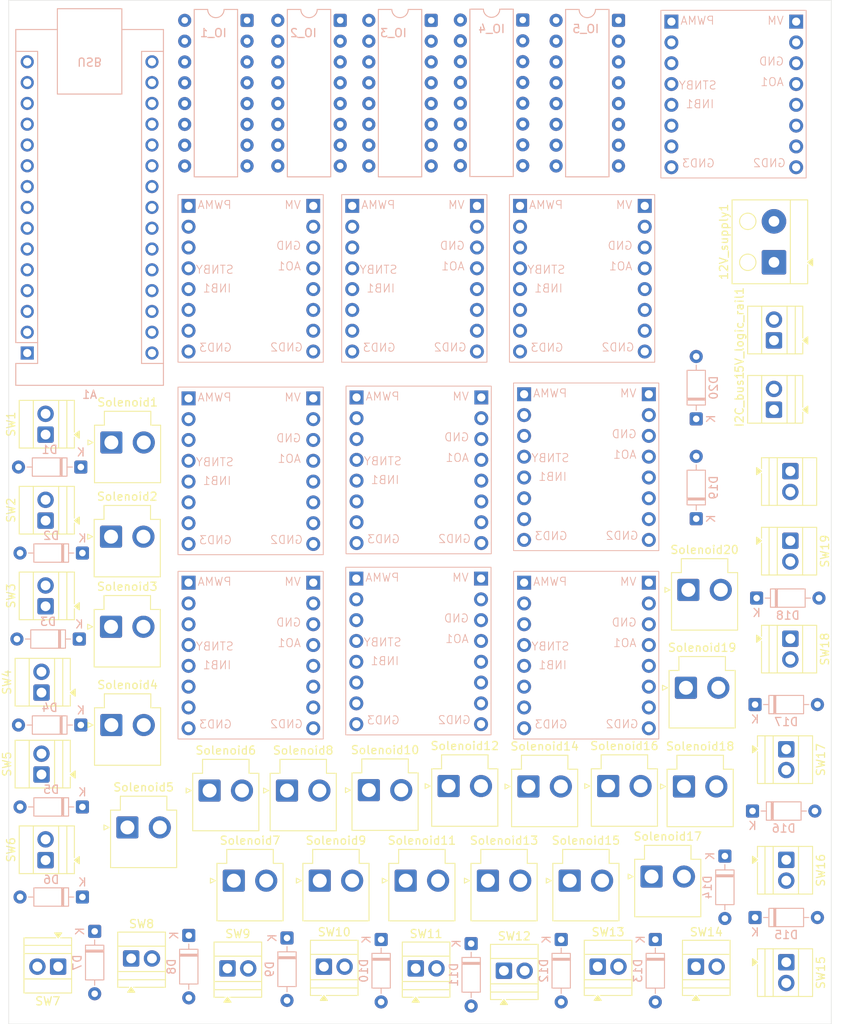
<source format=kicad_pcb>
(kicad_pcb (version 20241229) (generator "pcbnew") (generator_version "9.0")
  (layers (0 "F.Cu" signal) (2 "B.Cu" signal) (13 "F.Paste" user) (15 "B.Paste" user) (5 "F.SilkS" user "F.Silkscreen") (7 "B.SilkS" user "B.Silkscreen") (1 "F.Mask" user) (3 "B.Mask" user) (25 "Edge.Cuts" user))
  (net 0 "")
  (net 1 "5V")
  (net 2 "GND")
  (net 3 "12V")
  (net 6 "Col5")
  (net 7 "Row3")
  (net 9 "LATCH")
  (net 10 "DATA")
  (net 12 "Row4")
  (net 14 "PWM")
  (net 15 "Enable")
  (net 16 "Col4")
  (net 18 "Row2")
  (net 20 "SCL")
  (net 22 "Row1")
  (net 24 "Col1")
  (net 26 "Col3")
  (net 28 "SDA")
  (net 29 "Col2")
  (net 30 "CLOCK")
  (net 31 "Net-(D1-A)")
  (net 32 "Net-(D2-A)")
  (net 33 "Net-(D3-A)")
  (net 34 "Net-(D4-A)")
  (net 35 "Net-(D5-A)")
  (net 36 "Net-(D6-A)")
  (net 37 "Net-(D7-A)")
  (net 38 "Net-(D8-A)")
  (net 39 "Net-(D9-A)")
  (net 40 "Net-(D10-A)")
  (net 41 "Net-(D11-A)")
  (net 42 "Net-(D12-A)")
  (net 43 "Net-(D13-A)")
  (net 44 "Net-(D14-A)")
  (net 45 "Net-(D15-A)")
  (net 46 "Net-(D16-A)")
  (net 47 "Net-(D17-A)")
  (net 48 "Net-(D18-A)")
  (net 49 "Net-(D19-A)")
  (net 50 "Net-(D20-A)")
  (net 51 "S2_out1")
  (net 52 "S1_out2")
  (net 53 "S2_out2")
  (net 54 "S1_in1")
  (net 55 "S2_in2")
  (net 56 "S2_in1")
  (net 57 "S1_out1")
  (net 58 "S1_in2")
  (net 59 "S3_out2")
  (net 60 "S4_in1")
  (net 61 "S3_in2")
  (net 62 "S4_out2")
  (net 63 "S3_out1")
  (net 64 "S3_in1")
  (net 65 "S4_out1")
  (net 66 "S4_in2")
  (net 67 "S6_out2")
  (net 68 "S6_in2")
  (net 69 "S5_out1")
  (net 70 "S5_out2")
  (net 71 "S6_out1")
  (net 72 "S6_in1")
  (net 73 "S5_in2")
  (net 74 "S5_in1")
  (net 75 "S8_out1")
  (net 76 "S7_out2")
  (net 77 "S7_in2")
  (net 78 "S8_in2")
  (net 79 "S7_out1")
  (net 80 "S7_in1")
  (net 81 "S8_out2")
  (net 82 "S8_in1")
  (net 83 "S9_out1")
  (net 84 "S10_out2")
  (net 85 "S10_out1")
  (net 86 "S9_in2")
  (net 87 "S9_out2")
  (net 88 "S10_in1")
  (net 89 "S9_in1")
  (net 90 "S10_in2")
  (net 91 "S12_out1")
  (net 92 "S11_out1")
  (net 93 "S12_in2")
  (net 94 "S12_out2")
  (net 95 "S11_out2")
  (net 96 "S11_in2")
  (net 97 "S12_in1")
  (net 98 "S11_in1")
  (net 99 "S14_out1")
  (net 100 "S14_out2")
  (net 101 "S13_out2")
  (net 102 "S13_out1")
  (net 103 "S14_in2")
  (net 104 "S14_in1")
  (net 105 "S13_in1")
  (net 106 "S13_in2")
  (net 107 "S16_in2")
  (net 108 "S15_out2")
  (net 109 "S15_in1")
  (net 110 "S15_out1")
  (net 111 "S16_out2")
  (net 112 "S16_out1")
  (net 113 "S15_in2")
  (net 114 "S16_in1")
  (net 115 "S18_out1")
  (net 116 "S17_in1")
  (net 117 "S18_in1")
  (net 118 "S17_out1")
  (net 119 "S18_out2")
  (net 120 "S17_in2")
  (net 121 "S18_in2")
  (net 122 "S17_out2")
  (net 123 "S20_in2")
  (net 124 "S19_out1")
  (net 125 "S19_in1")
  (net 126 "S19_in2")
  (net 127 "S20_out2")
  (net 128 "S19_out2")
  (net 129 "S20_out1")
  (net 130 "S20_in1")
  (net 131 "Overflow1")
  (net 133 "Overflow2")
  (net 134 "Overflow3")
  (net 137 "Overflow4")
  (footprint "Connector_JST:JST_VH_B2P-VH-B_1x02_P3.96mm_Vertical" (layer "F.Cu") (at 86 136.5)
    (property "Reference" "Solenoid11" (at 1.98 -4.9 0) (layer "F.SilkS"))
    (property "Value" "Conn_01x02_Pin")
    (pad "1" thru_hole roundrect (at 0 0) (size 2.7 2.7) (drill 1.7) (layers "*.Cu" "*.Mask") (roundrect_rratio 0.092593) (net 124 "S19_out1"))
    (pad "2" thru_hole circle (at 3.96 0) (size 2.7 2.7) (drill 1.7) (layers "*.Cu" "*.Mask") (net 128 "S19_out2"))
  )
  (footprint "TerminalBlock:TerminalBlock_Xinya_XY308-2.54-2P_1x02_P2.54mm_Horizontal" (layer "F.Cu") (at 42 103 90)
    (property "Reference" "SW3" (at 1.27 -4.22 90) (layer "F.SilkS"))
    (property "Value" "SW_Push")
    (pad "1" thru_hole roundrect (at 0 0 90) (size 2 2) (drill 1.2) (layers "*.Cu" "*.Mask") (roundrect_rratio 0.125) (net 33 "Net-(D3-A)"))
    (pad "2" thru_hole circle (at 2.54 0 90) (size 2 2) (drill 1.2) (layers "*.Cu" "*.Mask") (net 26 "Col3"))
  )
  (footprint "Connector_JST:JST_VH_B2P-VH-B_1x02_P3.96mm_Vertical" (layer "F.Cu") (at 71.5 125.5)
    (property "Reference" "Solenoid8" (at 1.98 -4.9 0) (layer "F.SilkS"))
    (property "Value" "Conn_01x02_Pin")
    (pad "1" thru_hole roundrect (at 0 0) (size 2.7 2.7) (drill 1.7) (layers "*.Cu" "*.Mask") (roundrect_rratio 0.092593) (net 81 "S8_out2"))
    (pad "2" thru_hole circle (at 3.96 0) (size 2.7 2.7) (drill 1.7) (layers "*.Cu" "*.Mask") (net 75 "S8_out1"))
  )
  (footprint "Connector_JST:JST_VH_B2P-VH_1x02_P3.96mm_Vertical" (layer "F.Cu") (at 50.04 83)
    (property "Reference" "Solenoid1" (at 1.98 -4.9 0) (layer "F.SilkS"))
    (property "Value" "Conn_01x02_Pin")
    (pad "1" thru_hole roundrect (at 0 0) (size 2.7 2.7) (drill 1.7) (layers "*.Cu" "*.Mask") (roundrect_rratio 0.092593) (net 52 "S1_out2"))
    (pad "2" thru_hole circle (at 3.96 0) (size 2.7 2.7) (drill 1.7) (layers "*.Cu" "*.Mask") (net 57 "S1_out1"))
  )
  (footprint "TerminalBlock:TerminalBlock_Xinya_XY308-2.54-2P_1x02_P2.54mm_Horizontal" (layer "F.Cu") (at 131 70.54 90)
    (property "Reference" "5V_logic_rail1" (at 1.27 -4.22 90) (layer "F.SilkS"))
    (property "Value" "Conn_01x01_Pin")
    (pad "1" thru_hole roundrect (at 0 0 90) (size 2 2) (drill 1.2) (layers "*.Cu" "*.Mask") (roundrect_rratio 0.125) (net 1 "5V"))
    (pad "2" thru_hole circle (at 2.54 0 90) (size 2 2) (drill 1.2) (layers "*.Cu" "*.Mask"))
  )
  (footprint "TerminalBlock:TerminalBlock_Xinya_XY308-2.54-2P_1x02_P2.54mm_Horizontal" (layer "F.Cu") (at 41.5 113.54 90)
    (property "Reference" "SW4" (at 1.27 -4.22 90) (layer "F.SilkS"))
    (property "Value" "SW_Push")
    (pad "1" thru_hole roundrect (at 0 0 90) (size 2 2) (drill 1.2) (layers "*.Cu" "*.Mask") (roundrect_rratio 0.125) (net 34 "Net-(D4-A)"))
    (pad "2" thru_hole circle (at 2.54 0 90) (size 2 2) (drill 1.2) (layers "*.Cu" "*.Mask") (net 16 "Col4"))
  )
  (footprint "Connector_JST:JST_VH_B2P-VH-B_1x02_P3.96mm_Vertical" (layer "F.Cu") (at 96.04 136.5)
    (property "Reference" "Solenoid13" (at 1.98 -4.9 0) (layer "F.SilkS"))
    (property "Value" "Conn_01x02_Pin")
    (pad "1" thru_hole roundrect (at 0 0) (size 2.7 2.7) (drill 1.7) (layers "*.Cu" "*.Mask") (roundrect_rratio 0.092593) (net 115 "S18_out1"))
    (pad "2" thru_hole circle (at 3.96 0) (size 2.7 2.7) (drill 1.7) (layers "*.Cu" "*.Mask") (net 119 "S18_out2"))
  )
  (footprint "Connector_JST:JST_VH_B2P-VH-B_1x02_P3.96mm_Vertical" (layer "F.Cu") (at 110.7425 124.95)
    (property "Reference" "Solenoid16" (at 1.98 -4.9 0) (layer "F.SilkS"))
    (property "Value" "Conn_01x02_Pin")
    (pad "1" thru_hole roundrect (at 0 0) (size 2.7 2.7) (drill 1.7) (layers "*.Cu" "*.Mask") (roundrect_rratio 0.092593) (net 112 "S16_out1"))
    (pad "2" thru_hole circle (at 3.96 0) (size 2.7 2.7) (drill 1.7) (layers "*.Cu" "*.Mask") (net 111 "S16_out2"))
  )
  (footprint "Connector_JST:JST_VH_B2P-VH-B_1x02_P3.96mm_Vertical" (layer "F.Cu") (at 91.2425 124.95)
    (property "Reference" "Solenoid12" (at 1.98 -4.9 0) (layer "F.SilkS"))
    (property "Value" "Conn_01x02_Pin")
    (pad "1" thru_hole roundrect (at 0 0) (size 2.7 2.7) (drill 1.7) (layers "*.Cu" "*.Mask") (roundrect_rratio 0.092593) (net 129 "S20_out1"))
    (pad "2" thru_hole circle (at 3.96 0) (size 2.7 2.7) (drill 1.7) (layers "*.Cu" "*.Mask") (net 127 "S20_out2"))
  )
  (footprint "TerminalBlock_Altech:Altech_AK100_1x02_P5.00mm" (layer "F.Cu") (at 131 61 90)
    (property "Reference" "12V_supply1" (at 2.5 -6.12 90) (layer "F.SilkS"))
    (property "Value" "Conn_01x02_Pin")
    (pad "1" thru_hole roundrect (at 0 0 90) (size 3 3) (drill 1.3) (layers "*.Cu" "*.Mask") (roundrect_rratio 0.083333) (net 2 "GND"))
    (pad "2" thru_hole circle (at 5 0 90) (size 3 3) (drill 1.3) (layers "*.Cu" "*.Mask") (net 3 "12V"))
  )
  (footprint "Connector_JST:JST_VH_B2P-VH-B_1x02_P3.96mm_Vertical" (layer "F.Cu") (at 120.54 101)
    (property "Reference" "Solenoid20" (at 1.98 -4.9 0) (layer "F.SilkS"))
    (property "Value" "Conn_01x02_Pin")
    (pad "1" thru_hole roundrect (at 0 0) (size 2.7 2.7) (drill 1.7) (layers "*.Cu" "*.Mask") (roundrect_rratio 0.092593) (net 92 "S11_out1"))
    (pad "2" thru_hole circle (at 3.96 0) (size 2.7 2.7) (drill 1.7) (layers "*.Cu" "*.Mask") (net 95 "S11_out2"))
  )
  (footprint "TerminalBlock:TerminalBlock_Xinya_XY308-2.54-2P_1x02_P2.54mm_Horizontal" (layer "F.Cu") (at 42 134 90)
    (property "Reference" "SW6" (at 1.27 -4.22 90) (layer "F.SilkS"))
    (property "Value" "SW_Push")
    (pad "1" thru_hole roundrect (at 0 0 90) (size 2 2) (drill 1.2) (layers "*.Cu" "*.Mask") (roundrect_rratio 0.125) (net 36 "Net-(D6-A)"))
    (pad "2" thru_hole circle (at 2.54 0 90) (size 2 2) (drill 1.2) (layers "*.Cu" "*.Mask") (net 24 "Col1"))
  )
  (footprint "TerminalBlock:TerminalBlock_Xinya_XY308-2.54-2P_1x02_P2.54mm_Horizontal" (layer "F.Cu") (at 132.5 120.46 -90)
    (property "Reference" "SW17" (at 1.27 -4.22 90) (layer "F.SilkS"))
    (property "Value" "SW_Push")
    (pad "1" thru_hole roundrect (at 0 0 270) (size 2 2) (drill 1.2) (layers "*.Cu" "*.Mask") (roundrect_rratio 0.125) (net 44 "Net-(D14-A)"))
    (pad "2" thru_hole circle (at 2.54 0 270) (size 2 2) (drill 1.2) (layers "*.Cu" "*.Mask") (net 29 "Col2"))
  )
  (footprint "TerminalBlock:TerminalBlock_Xinya_XY308-2.54-2P_1x02_P2.54mm_Horizontal" (layer "F.Cu") (at 52.46 146)
    (property "Reference" "SW8" (at 1.27 -4.22 0) (layer "F.SilkS"))
    (property "Value" "SW_Push")
    (pad "1" thru_hole roundrect (at 0 0) (size 2 2) (drill 1.2) (layers "*.Cu" "*.Mask") (roundrect_rratio 0.125) (net 38 "Net-(D8-A)"))
    (pad "2" thru_hole circle (at 2.54 0) (size 2 2) (drill 1.2) (layers "*.Cu" "*.Mask") (net 26 "Col3"))
  )
  (footprint "TerminalBlock:TerminalBlock_Xinya_XY308-2.54-2P_1x02_P2.54mm_Horizontal" (layer "F.Cu") (at 41.5 123.54 90)
    (property "Reference" "SW5" (at 1.27 -4.22 90) (layer "F.SilkS"))
    (property "Value" "SW_Push")
    (pad "1" thru_hole roundrect (at 0 0 90) (size 2 2) (drill 1.2) (layers "*.Cu" "*.Mask") (roundrect_rratio 0.125) (net 35 "Net-(D5-A)"))
    (pad "2" thru_hole circle (at 2.54 0 90) (size 2 2) (drill 1.2) (layers "*.Cu" "*.Mask") (net 6 "Col5"))
  )
  (footprint "TerminalBlock:TerminalBlock_Xinya_XY308-2.54-2P_1x02_P2.54mm_Horizontal" (layer "F.Cu") (at 64.225 147.2175)
    (property "Reference" "SW9" (at 1.27 -4.22 0) (layer "F.SilkS"))
    (property "Value" "SW_Push")
    (pad "1" thru_hole roundrect (at 0 0) (size 2 2) (drill 1.2) (layers "*.Cu" "*.Mask") (roundrect_rratio 0.125) (net 39 "Net-(D9-A)"))
    (pad "2" thru_hole circle (at 2.54 0) (size 2 2) (drill 1.2) (layers "*.Cu" "*.Mask") (net 16 "Col4"))
  )
  (footprint "TerminalBlock:TerminalBlock_Xinya_XY308-2.54-2P_1x02_P2.54mm_Horizontal" (layer "F.Cu") (at 98 147.5)
    (property "Reference" "SW12" (at 1.27 -4.22 0) (layer "F.SilkS"))
    (property "Value" "SW_Push")
    (pad "1" thru_hole roundrect (at 0 0) (size 2 2) (drill 1.2) (layers "*.Cu" "*.Mask") (roundrect_rratio 0.125) (net 40 "Net-(D10-A)"))
    (pad "2" thru_hole circle (at 2.54 0) (size 2 2) (drill 1.2) (layers "*.Cu" "*.Mask") (net 29 "Col2"))
  )
  (footprint "TerminalBlock:TerminalBlock_Xinya_XY308-2.54-2P_1x02_P2.54mm_Horizontal" (layer "F.Cu") (at 121.46 147)
    (property "Reference" "SW14" (at 1.27 -4.22 0) (layer "F.SilkS"))
    (property "Value" "SW_Push")
    (pad "1" thru_hole roundrect (at 0 0) (size 2 2) (drill 1.2) (layers "*.Cu" "*.Mask") (roundrect_rratio 0.125) (net 42 "Net-(D12-A)"))
    (pad "2" thru_hole circle (at 2.54 0) (size 2 2) (drill 1.2) (layers "*.Cu" "*.Mask") (net 16 "Col4"))
  )
  (footprint "Connector_JST:JST_VH_B2P-VH-B_1x02_P3.96mm_Vertical" (layer "F.Cu") (at 50 105.5)
    (property "Reference" "Solenoid3" (at 1.98 -4.9 0) (layer "F.SilkS"))
    (property "Value" "Conn_01x02_Pin")
    (pad "1" thru_hole roundrect (at 0 0) (size 2.7 2.7) (drill 1.7) (layers "*.Cu" "*.Mask") (roundrect_rratio 0.092593) (net 59 "S3_out2"))
    (pad "2" thru_hole circle (at 3.96 0) (size 2.7 2.7) (drill 1.7) (layers "*.Cu" "*.Mask") (net 63 "S3_out1"))
  )
  (footprint "Connector_JST:JST_VH_B2P-VH-B_1x02_P3.96mm_Vertical" (layer "F.Cu") (at 52 130)
    (property "Reference" "Solenoid5" (at 1.98 -4.9 0) (layer "F.SilkS"))
    (property "Value" "Conn_01x02_Pin")
    (pad "1" thru_hole roundrect (at 0 0) (size 2.7 2.7) (drill 1.7) (layers "*.Cu" "*.Mask") (roundrect_rratio 0.092593) (net 70 "S5_out2"))
    (pad "2" thru_hole circle (at 3.96 0) (size 2.7 2.7) (drill 1.7) (layers "*.Cu" "*.Mask") (net 69 "S5_out1"))
  )
  (footprint "Connector_JST:JST_VH_B2P-VH-B_1x02_P3.96mm_Vertical" (layer "F.Cu") (at 106.04 136.5)
    (property "Reference" "Solenoid15" (at 1.98 -4.9 0) (layer "F.SilkS"))
    (property "Value" "Conn_01x02_Pin")
    (pad "1" thru_hole roundrect (at 0 0) (size 2.7 2.7) (drill 1.7) (layers "*.Cu" "*.Mask") (roundrect_rratio 0.092593) (net 110 "S15_out1"))
    (pad "2" thru_hole circle (at 3.96 0) (size 2.7 2.7) (drill 1.7) (layers "*.Cu" "*.Mask") (net 108 "S15_out2"))
  )
  (footprint "TerminalBlock:TerminalBlock_Xinya_XY308-2.54-2P_1x02_P2.54mm_Horizontal" (layer "F.Cu") (at 76 147)
    (property "Reference" "SW10" (at 1.27 -4.22 0) (layer "F.SilkS"))
    (property "Value" "SW_Push")
    (pad "1" thru_hole roundrect (at 0 0) (size 2 2) (drill 1.2) (layers "*.Cu" "*.Mask") (roundrect_rratio 0.125) (net 50 "Net-(D20-A)"))
    (pad "2" thru_hole circle (at 2.54 0) (size 2 2) (drill 1.2) (layers "*.Cu" "*.Mask") (net 6 "Col5"))
  )
  (footprint "TerminalBlock:TerminalBlock_Xinya_XY308-2.54-2P_1x02_P2.54mm_Horizontal" (layer "F.Cu") (at 132.5 146.46 -90)
    (property "Reference" "SW15" (at 1.27 -4.22 90) (layer "F.SilkS"))
    (property "Value" "SW_Push")
    (pad "1" thru_hole roundrect (at 0 0 270) (size 2 2) (drill 1.2) (layers "*.Cu" "*.Mask") (roundrect_rratio 0.125) (net 43 "Net-(D13-A)"))
    (pad "2" thru_hole circle (at 2.54 0 270) (size 2 2) (drill 1.2) (layers "*.Cu" "*.Mask") (net 6 "Col5"))
  )
  (footprint "Connector_JST:JST_VH_B2P-VH-B_1x02_P3.96mm_Vertical" (layer "F.Cu") (at 62.04 125.5)
    (property "Reference" "Solenoid6" (at 1.98 -4.9 0) (layer "F.SilkS"))
    (property "Value" "Conn_01x02_Pin")
    (pad "1" thru_hole roundrect (at 0 0) (size 2.7 2.7) (drill 1.7) (layers "*.Cu" "*.Mask") (roundrect_rratio 0.092593) (net 67 "S6_out2"))
    (pad "2" thru_hole circle (at 3.96 0) (size 2.7 2.7) (drill 1.7) (layers "*.Cu" "*.Mask") (net 71 "S6_out1"))
  )
  (footprint "TerminalBlock:TerminalBlock_Xinya_XY308-2.54-2P_1x02_P2.54mm_Horizontal" (layer "F.Cu") (at 133 106.96 -90)
    (property "Reference" "SW18" (at 1.27 -4.22 90) (layer "F.SilkS"))
    (property "Value" "SW_Push")
    (pad "1" thru_hole roundrect (at 0 0 270) (size 2 2) (drill 1.2) (layers "*.Cu" "*.Mask") (roundrect_rratio 0.125) (net 45 "Net-(D15-A)"))
    (pad "2" thru_hole circle (at 2.54 0 270) (size 2 2) (drill 1.2) (layers "*.Cu" "*.Mask") (net 26 "Col3"))
  )
  (footprint "TerminalBlock:TerminalBlock_Xinya_XY308-2.54-2P_1x02_P2.54mm_Horizontal" (layer "F.Cu") (at 132.5 133.96 -90)
    (property "Reference" "SW16" (at 1.27 -4.22 90) (layer "F.SilkS"))
    (property "Value" "SW_Push")
    (pad "1" thru_hole roundrect (at 0 0 270) (size 2 2) (drill 1.2) (layers "*.Cu" "*.Mask") (roundrect_rratio 0.125) (net 49 "Net-(D19-A)"))
    (pad "2" thru_hole circle (at 2.54 0 270) (size 2 2) (drill 1.2) (layers "*.Cu" "*.Mask") (net 24 "Col1"))
  )
  (footprint "Connector_JST:JST_VH_B2P-VH-B_1x02_P3.96mm_Vertical" (layer "F.Cu") (at 65 136.5)
    (property "Reference" "Solenoid7" (at 1.98 -4.9 0) (layer "F.SilkS"))
    (property "Value" "Conn_01x02_Pin")
    (pad "1" thru_hole roundrect (at 0 0) (size 2.7 2.7) (drill 1.7) (layers "*.Cu" "*.Mask") (roundrect_rratio 0.092593) (net 76 "S7_out2"))
    (pad "2" thru_hole circle (at 3.96 0) (size 2.7 2.7) (drill 1.7) (layers "*.Cu" "*.Mask") (net 79 "S7_out1"))
  )
  (footprint "TerminalBlock:TerminalBlock_Xinya_XY308-2.54-2P_1x02_P2.54mm_Horizontal" (layer "F.Cu") (at 133 95 -90)
    (property "Reference" "SW19" (at 1.27 -4.22 90) (layer "F.SilkS"))
    (property "Value" "SW_Push")
    (pad "1" thru_hole roundrect (at 0 0 270) (size 2 2) (drill 1.2) (layers "*.Cu" "*.Mask") (roundrect_rratio 0.125) (net 46 "Net-(D16-A)"))
    (pad "2" thru_hole circle (at 2.54 0 270) (size 2 2) (drill 1.2) (layers "*.Cu" "*.Mask") (net 16 "Col4"))
  )
  (footprint "TerminalBlock:TerminalBlock_Xinya_XY308-2.54-2P_1x02_P2.54mm_Horizontal" (layer "F.Cu") (at 42 92.54 90)
    (property "Reference" "SW2" (at 1.27 -4.22 90) (layer "F.SilkS"))
    (property "Value" "SW_Push")
    (pad "1" thru_hole roundrect (at 0 0 90) (size 2 2) (drill 1.2) (layers "*.Cu" "*.Mask") (roundrect_rratio 0.125) (net 32 "Net-(D2-A)"))
    (pad "2" thru_hole circle (at 2.54 0 90) (size 2 2) (drill 1.2) (layers "*.Cu" "*.Mask") (net 29 "Col2"))
  )
  (footprint "TerminalBlock:TerminalBlock_Xinya_XY308-2.54-2P_1x02_P2.54mm_Horizontal" (layer "F.Cu") (at 43.54 147 180)
    (property "Reference" "SW7" (at 1.27 -4.22 0) (layer "F.SilkS"))
    (property "Value" "SW_Push")
    (pad "1" thru_hole roundrect (at 0 0 180) (size 2 2) (drill 1.2) (layers "*.Cu" "*.Mask") (roundrect_rratio 0.125) (net 37 "Net-(D7-A)"))
    (pad "2" thru_hole circle (at 2.54 0 180) (size 2 2) (drill 1.2) (layers "*.Cu" "*.Mask") (net 29 "Col2"))
  )
  (footprint "TerminalBlock:TerminalBlock_Xinya_XY308-2.54-2P_1x02_P2.54mm_Horizontal" (layer "F.Cu") (at 42 82.04 90)
    (property "Reference" "SW1" (at 1.27 -4.22 90) (layer "F.SilkS"))
    (property "Value" "SW_Push")
    (pad "1" thru_hole roundrect (at 0 0 90) (size 2 2) (drill 1.2) (layers "*.Cu" "*.Mask") (roundrect_rratio 0.125) (net 31 "Net-(D1-A)"))
    (pad "2" thru_hole circle (at 2.54 0 90) (size 2 2) (drill 1.2) (layers "*.Cu" "*.Mask") (net 24 "Col1"))
  )
  (footprint "Connector_JST:JST_VH_B2P-VH-B_1x02_P3.96mm_Vertical" (layer "F.Cu") (at 50 94.5)
    (property "Reference" "Solenoid2" (at 1.98 -4.9 0) (layer "F.SilkS"))
    (property "Value" "Conn_01x02_Pin")
    (pad "1" thru_hole roundrect (at 0 0) (size 2.7 2.7) (drill 1.7) (layers "*.Cu" "*.Mask") (roundrect_rratio 0.092593) (net 53 "S2_out2"))
    (pad "2" thru_hole circle (at 3.96 0) (size 2.7 2.7) (drill 1.7) (layers "*.Cu" "*.Mask") (net 51 "S2_out1"))
  )
  (footprint "TerminalBlock:TerminalBlock_Xinya_XY308-2.54-2P_1x02_P2.54mm_Horizontal" (layer "F.Cu") (at 131 79 90)
    (property "Reference" "I2C_bus1" (at 1.27 -4.22 90) (layer "F.SilkS"))
    (property "Value" "Conn_01x02_Pin")
    (pad "1" thru_hole roundrect (at 0 0 90) (size 2 2) (drill 1.2) (layers "*.Cu" "*.Mask") (roundrect_rratio 0.125) (net 28 "SDA"))
    (pad "2" thru_hole circle (at 2.54 0 90) (size 2 2) (drill 1.2) (layers "*.Cu" "*.Mask") (net 20 "SCL"))
  )
  (footprint "TerminalBlock:TerminalBlock_Xinya_XY308-2.54-2P_1x02_P2.54mm_Horizontal" (layer "F.Cu") (at 109.46 147)
    (property "Reference" "SW13" (at 1.27 -4.22 0) (layer "F.SilkS"))
    (property "Value" "SW_Push")
    (pad "1" thru_hole roundrect (at 0 0) (size 2 2) (drill 1.2) (layers "*.Cu" "*.Mask") (roundrect_rratio 0.125) (net 41 "Net-(D11-A)"))
    (pad "2" thru_hole circle (at 2.54 0) (size 2 2) (drill 1.2) (layers "*.Cu" "*.Mask") (net 26 "Col3"))
  )
  (footprint "Connector_JST:JST_VH_B2P-VH-B_1x02_P3.96mm_Vertical" (layer "F.Cu") (at 120 125)
    (property "Reference" "Solenoid18" (at 1.98 -4.9 0) (layer "F.SilkS"))
    (property "Value" "Conn_01x02_Pin")
    (pad "1" thru_hole roundrect (at 0 0) (size 2.7 2.7) (drill 1.7) (layers "*.Cu" "*.Mask") (roundrect_rratio 0.092593) (net 102 "S13_out1"))
    (pad "2" thru_hole circle (at 3.96 0) (size 2.7 2.7) (drill 1.7) (layers "*.Cu" "*.Mask") (net 101 "S13_out2"))
  )
  (footprint "Connector_JST:JST_VH_B2P-VH-B_1x02_P3.96mm_Vertical" (layer "F.Cu") (at 120.2425 112.95)
    (property "Reference" "Solenoid19" (at 1.98 -4.9 0) (layer "F.SilkS"))
    (property "Value" "Conn_01x02_Pin")
    (pad "1" thru_hole roundrect (at 0 0) (size 2.7 2.7) (drill 1.7) (layers "*.Cu" "*.Mask") (roundrect_rratio 0.092593) (net 91 "S12_out1"))
    (pad "2" thru_hole circle (at 3.96 0) (size 2.7 2.7) (drill 1.7) (layers "*.Cu" "*.Mask") (net 94 "S12_out2"))
  )
  (footprint "Connector_JST:JST_VH_B2P-VH-B_1x02_P3.96mm_Vertical" (layer "F.Cu") (at 116.04 136)
    (property "Reference" "Solenoid17" (at 1.98 -4.9 0) (layer "F.SilkS"))
    (property "Value" "Conn_01x02_Pin")
    (pad "1" thru_hole roundrect (at 0 0) (size 2.7 2.7) (drill 1.7) (layers "*.Cu" "*.Mask") (roundrect_rratio 0.092593) (net 99 "S14_out1"))
    (pad "2" thru_hole circle (at 3.96 0) (size 2.7 2.7) (drill 1.7) (layers "*.Cu" "*.Mask") (net 100 "S14_out2"))
  )
  (footprint "Connector_JST:JST_VH_B2P-VH-B_1x02_P3.96mm_Vertical" (layer "F.Cu") (at 101 125)
    (property "Reference" "Solenoid14" (at 1.98 -4.9 0) (layer "F.SilkS"))
    (property "Value" "Conn_01x02_Pin")
    (pad "1" thru_hole roundrect (at 0 0) (size 2.7 2.7) (drill 1.7) (layers "*.Cu" "*.Mask") (roundrect_rratio 0.092593) (net 118 "S17_out1"))
    (pad "2" thru_hole circle (at 3.96 0) (size 2.7 2.7) (drill 1.7) (layers "*.Cu" "*.Mask") (net 122 "S17_out2"))
  )
  (footprint "TerminalBlock:TerminalBlock_Xinya_XY308-2.54-2P_1x02_P2.54mm_Horizontal" (layer "F.Cu") (at 133 86.5 -90)
    (property "Reference" "SW20" (hide yes))
    (property "Value" "SW_Push")
    (pad "1" thru_hole roundrect (at 0 0 270) (size 2 2) (drill 1.2) (layers "*.Cu" "*.Mask") (roundrect_rratio 0.125) (net 47 "Net-(D17-A)"))
    (pad "2" thru_hole circle (at 2.54 0 270) (size 2 2) (drill 1.2) (layers "*.Cu" "*.Mask") (net 6 "Col5"))
  )
  (footprint "Connector_JST:JST_VH_B2P-VH-B_1x02_P3.96mm_Vertical" (layer "F.Cu") (at 75.5 136.5)
    (property "Reference" "Solenoid9" (at 1.98 -4.9 0) (layer "F.SilkS"))
    (property "Value" "Conn_01x02_Pin")
    (pad "1" thru_hole roundrect (at 0 0) (size 2.7 2.7) (drill 1.7) (layers "*.Cu" "*.Mask") (roundrect_rratio 0.092593) (net 87 "S9_out2"))
    (pad "2" thru_hole circle (at 3.96 0) (size 2.7 2.7) (drill 1.7) (layers "*.Cu" "*.Mask") (net 83 "S9_out1"))
  )
  (footprint "TerminalBlock:TerminalBlock_Xinya_XY308-2.54-2P_1x02_P2.54mm_Horizontal" (layer "F.Cu") (at 87.225 147.2175)
    (property "Reference" "SW11" (at 1.27 -4.22 0) (layer "F.SilkS"))
    (property "Value" "SW_Push")
    (pad "1" thru_hole roundrect (at 0 0) (size 2 2) (drill 1.2) (layers "*.Cu" "*.Mask") (roundrect_rratio 0.125) (net 48 "Net-(D18-A)"))
    (pad "2" thru_hole circle (at 2.54 0) (size 2 2) (drill 1.2) (layers "*.Cu" "*.Mask") (net 24 "Col1"))
  )
  (footprint "Connector_JST:JST_VH_B2P-VH-B_1x02_P3.96mm_Vertical" (layer "F.Cu") (at 81.5 125.45)
    (property "Reference" "Solenoid10" (at 1.98 -4.9 0) (layer "F.SilkS"))
    (property "Value" "Conn_01x02_Pin")
    (pad "1" thru_hole roundrect (at 0 0) (size 2.7 2.7) (drill 1.7) (layers "*.Cu" "*.Mask") (roundrect_rratio 0.092593) (net 84 "S10_out2"))
    (pad "2" thru_hole circle (at 3.96 0) (size 2.7 2.7) (drill 1.7) (layers "*.Cu" "*.Mask") (net 85 "S10_out1"))
  )
  (footprint "Connector_JST:JST_VH_B2P-VH-B_1x02_P3.96mm_Vertical" (layer "F.Cu") (at 50.04 117.5)
    (property "Reference" "Solenoid4" (at 1.98 -4.9 0) (layer "F.SilkS"))
    (property "Value" "Conn_01x02_Pin")
    (pad "1" thru_hole roundrect (at 0 0) (size 2.7 2.7) (drill 1.7) (layers "*.Cu" "*.Mask") (roundrect_rratio 0.092593) (net 62 "S4_out2"))
    (pad "2" thru_hole circle (at 3.96 0) (size 2.7 2.7) (drill 1.7) (layers "*.Cu" "*.Mask") (net 65 "S4_out1"))
  )
  (footprint "TB6612FNG_THT:TB6612FNG_DualPinHeader_1x8x2_P2.54mm_Row15.24mm_THT" (layer "B.Cu") (at 95.21 99.615 180)
    (property "Reference" "Driver8" (hide yes))
    (property "Value" "TB6612FNG" (hide yes))
    (fp_text user "AO1" (at 1.45 -7.95 0) (layer "B.SilkS") (effects (font (thickness 0.1)) (justify left bottom mirror)))
    (fp_text user "GND2" (at 1.21 -17.85 0) (layer "B.SilkS") (effects (font (thickness 0.1)) (justify left bottom mirror)))
    (fp_text user "PWMA" (at 9.92 -0.46 0) (layer "B.SilkS") (effects (font (thickness 0.1)) (justify left bottom mirror)))
    (fp_text user "STNBY" (at 9.66 -8.36 0) (layer "B.SilkS") (effects (font (thickness 0.1)) (justify left bottom mirror)))
    (fp_text user "GND3" (at 9.88 -17.88 0) (layer "B.SilkS") (effects (font (thickness 0.1)) (justify left bottom mirror)))
    (fp_text user "INB1" (at 9.96 -10.65 0) (layer "B.SilkS") (effects (font (thickness 0.1)) (justify left bottom mirror)))
    (fp_text user "GND" (at 1.42 -5.44 0) (layer "B.SilkS") (effects (font (thickness 0.1)) (justify left bottom mirror)))
    (fp_text user "VM" (at 1.45 -0.46 0) (layer "B.SilkS") (effects (font (thickness 0.1)) (justify left bottom mirror)))
    (pad "1" thru_hole circle (at 0 -7.62 180) (size 1.7 1.7) (drill 1) (layers "*.Cu" "*.Mask") (net 110 "S15_out1"))
    (pad "3" thru_hole circle (at 0 -17.78 180) (size 1.7 1.7) (drill 1) (layers "*.Cu" "*.Mask") (net 2 "GND"))
    (pad "5" thru_hole circle (at 0 -10.16 180) (size 1.7 1.7) (drill 1) (layers "*.Cu" "*.Mask") (net 108 "S15_out2"))
    (pad "7" thru_hole circle (at 0 -15.24 180) (size 1.7 1.7) (drill 1) (layers "*.Cu" "*.Mask") (net 111 "S16_out2"))
    (pad "9" thru_hole circle (at 15.24 -17.78 180) (size 1.7 1.7) (drill 1) (layers "*.Cu" "*.Mask") (net 2 "GND"))
    (pad "11" thru_hole circle (at 0 -12.7 180) (size 1.7 1.7) (drill 1) (layers "*.Cu" "*.Mask") (net 112 "S16_out1"))
    (pad "15" thru_hole circle (at 15.24 -15.24 180) (size 1.7 1.7) (drill 1) (layers "*.Cu" "*.Mask") (net 14 "PWM"))
    (pad "16" thru_hole circle (at 15.24 -12.7 180) (size 1.7 1.7) (drill 1) (layers "*.Cu" "*.Mask") (net 107 "S16_in2"))
    (pad "17" thru_hole circle (at 15.24 -10.16 180) (size 1.7 1.7) (drill 1) (layers "*.Cu" "*.Mask") (net 114 "S16_in1"))
    (pad "18" thru_hole circle (at 0 -5.08 180) (size 1.7 1.7) (drill 1) (layers "*.Cu" "*.Mask") (net 2 "GND"))
    (pad "19" thru_hole circle (at 15.24 -7.62 180) (size 1.7 1.7) (drill 1) (layers "*.Cu" "*.Mask") (net 15 "Enable"))
    (pad "20" thru_hole circle (at 0 -2.54 180) (size 1.7 1.7) (drill 1) (layers "*.Cu" "*.Mask") (net 1 "5V"))
    (pad "21" thru_hole circle (at 15.24 -5.08 180) (size 1.7 1.7) (drill 1) (layers "*.Cu" "*.Mask") (net 109 "S15_in1"))
    (pad "22" thru_hole circle (at 15.24 -2.54 180) (size 1.7 1.7) (drill 1) (layers "*.Cu" "*.Mask") (net 113 "S15_in2"))
    (pad "23" thru_hole rect (at 15.24 0 180) (size 1.7 1.7) (drill 1) (layers "*.Cu" "*.Mask") (net 14 "PWM"))
    (pad "24" thru_hole rect (at 0 0 180) (size 1.7 1.7) (drill 1) (layers "*.Cu" "*.Mask") (net 3 "12V"))
  )
  (footprint "Diode_THT:D_DO-35_SOD27_P7.62mm_Horizontal" (layer "B.Cu") (at 46.31 86 180)
    (property "Reference" "D1" (at 3.81 2.12 0) (layer "B.SilkS") (effects (justify mirror)))
    (property "Value" "1N4148")
    (fp_text user "K" (at 0 1.8 0) (layer "B.SilkS") (effects (justify mirror)))
    (pad "1" thru_hole roundrect (at 0 0 180) (size 1.6 1.6) (drill 0.8) (layers "*.Cu" "*.Mask") (roundrect_rratio 0.15625) (net 22 "Row1"))
    (pad "2" thru_hole circle (at 7.62 0 180) (size 1.6 1.6) (drill 0.8) (layers "*.Cu" "*.Mask") (net 31 "Net-(D1-A)"))
  )
  (footprint "TB6612FNG_THT:TB6612FNG_DualPinHeader_1x8x2_P2.54mm_Row15.24mm_THT" (layer "B.Cu") (at 95.24 77.5 180)
    (property "Reference" "Driver5" (hide yes))
    (property "Value" "TB6612FNG" (hide yes))
    (fp_text user "STNBY" (at 9.66 -8.36 0) (layer "B.SilkS") (effects (font (thickness 0.1)) (justify left bottom mirror)))
    (fp_text user "AO1" (at 1.45 -7.95 0) (layer "B.SilkS") (effects (font (thickness 0.1)) (justify left bottom mirror)))
    (fp_text user "GND2" (at 1.21 -17.85 0) (layer "B.SilkS") (effects (font (thickness 0.1)) (justify left bottom mirror)))
    (fp_text user "INB1" (at 9.96 -10.65 0) (layer "B.SilkS") (effects (font (thickness 0.1)) (justify left bottom mirror)))
    (fp_text user "GND3" (at 9.88 -17.88 0) (layer "B.SilkS") (effects (font (thickness 0.1)) (justify left bottom mirror)))
    (fp_text user "GND" (at 1.42 -5.44 0) (layer "B.SilkS") (effects (font (thickness 0.1)) (justify left bottom mirror)))
    (fp_text user "PWMA" (at 9.92 -0.46 0) (layer "B.SilkS") (effects (font (thickness 0.1)) (justify left bottom mirror)))
    (fp_text user "VM" (at 1.45 -0.46 0) (layer "B.SilkS") (effects (font (thickness 0.1)) (justify left bottom mirror)))
    (pad "1" thru_hole circle (at 0 -7.62 180) (size 1.7 1.7) (drill 1) (layers "*.Cu" "*.Mask") (net 83 "S9_out1"))
    (pad "3" thru_hole circle (at 0 -17.78 180) (size 1.7 1.7) (drill 1) (layers "*.Cu" "*.Mask") (net 2 "GND"))
    (pad "5" thru_hole circle (at 0 -10.16 180) (size 1.7 1.7) (drill 1) (layers "*.Cu" "*.Mask") (net 87 "S9_out2"))
    (pad "7" thru_hole circle (at 0 -15.24 180) (size 1.7 1.7) (drill 1) (layers "*.Cu" "*.Mask") (net 84 "S10_out2"))
    (pad "9" thru_hole circle (at 15.24 -17.78 180) (size 1.7 1.7) (drill 1) (layers "*.Cu" "*.Mask") (net 2 "GND"))
    (pad "11" thru_hole circle (at 0 -12.7 180) (size 1.7 1.7) (drill 1) (layers "*.Cu" "*.Mask") (net 85 "S10_out1"))
    (pad "15" thru_hole circle (at 15.24 -15.24 180) (size 1.7 1.7) (drill 1) (layers "*.Cu" "*.Mask") (net 14 "PWM"))
    (pad "16" thru_hole circle (at 15.24 -12.7 180) (size 1.7 1.7) (drill 1) (layers "*.Cu" "*.Mask") (net 90 "S10_in2"))
    (pad "17" thru_hole circle (at 15.24 -10.16 180) (size 1.7 1.7) (drill 1) (layers "*.Cu" "*.Mask") (net 88 "S10_in1"))
    (pad "18" thru_hole circle (at 0 -5.08 180) (size 1.7 1.7) (drill 1) (layers "*.Cu" "*.Mask") (net 2 "GND"))
    (pad "19" thru_hole circle (at 15.24 -7.62 180) (size 1.7 1.7) (drill 1) (layers "*.Cu" "*.Mask") (net 15 "Enable"))
    (pad "20" thru_hole circle (at 0 -2.54 180) (size 1.7 1.7) (drill 1) (layers "*.Cu" "*.Mask") (net 1 "5V"))
    (pad "21" thru_hole circle (at 15.24 -5.08 180) (size 1.7 1.7) (drill 1) (layers "*.Cu" "*.Mask") (net 89 "S9_in1"))
    (pad "22" thru_hole circle (at 15.24 -2.54 180) (size 1.7 1.7) (drill 1) (layers "*.Cu" "*.Mask") (net 86 "S9_in2"))
    (pad "23" thru_hole rect (at 15.24 0 180) (size 1.7 1.7) (drill 1) (layers "*.Cu" "*.Mask") (net 14 "PWM"))
    (pad "24" thru_hole rect (at 0 0 180) (size 1.7 1.7) (drill 1) (layers "*.Cu" "*.Mask") (net 3 "12V"))
  )
  (footprint "Diode_THT:D_DO-35_SOD27_P7.62mm_Horizontal" (layer "B.Cu") (at 125 133.5 -90)
    (property "Reference" "D14" (at 3.81 2.12 90) (layer "B.SilkS") (effects (justify mirror)))
    (property "Value" "1N4148")
    (fp_text user "K" (at 0 1.8 90) (layer "B.SilkS") (effects (justify mirror)))
    (pad "1" thru_hole roundrect (at 0 0 270) (size 1.6 1.6) (drill 0.8) (layers "*.Cu" "*.Mask") (roundrect_rratio 0.15625) (net 12 "Row4"))
    (pad "2" thru_hole circle (at 7.62 0 270) (size 1.6 1.6) (drill 0.8) (layers "*.Cu" "*.Mask") (net 44 "Net-(D14-A)"))
  )
  (footprint "Diode_THT:D_DO-35_SOD27_P7.62mm_Horizontal" (layer "B.Cu") (at 116.5 143.69 -90)
    (property "Reference" "D13" (at 3.81 2.12 90) (layer "B.SilkS") (effects (justify mirror)))
    (property "Value" "1N4148")
    (fp_text user "K" (at 0 1.8 90) (layer "B.SilkS") (effects (justify mirror)))
    (pad "1" thru_hole roundrect (at 0 0 270) (size 1.6 1.6) (drill 0.8) (layers "*.Cu" "*.Mask") (roundrect_rratio 0.15625) (net 7 "Row3"))
    (pad "2" thru_hole circle (at 7.62 0 270) (size 1.6 1.6) (drill 0.8) (layers "*.Cu" "*.Mask") (net 43 "Net-(D13-A)"))
  )
  (footprint "Diode_THT:D_DO-35_SOD27_P7.62mm_Horizontal" (layer "B.Cu") (at 46.12 107 180)
    (property "Reference" "D3" (at 3.81 2.12 0) (layer "B.SilkS") (effects (justify mirror)))
    (property "Value" "1N4148")
    (fp_text user "K" (at 0 1.8 0) (layer "B.SilkS") (effects (justify mirror)))
    (pad "1" thru_hole roundrect (at 0 0 180) (size 1.6 1.6) (drill 0.8) (layers "*.Cu" "*.Mask") (roundrect_rratio 0.15625) (net 22 "Row1"))
    (pad "2" thru_hole circle (at 7.62 0 180) (size 1.6 1.6) (drill 0.8) (layers "*.Cu" "*.Mask") (net 33 "Net-(D3-A)"))
  )
  (footprint "Diode_THT:D_DO-35_SOD27_P7.62mm_Horizontal" (layer "B.Cu") (at 121.5 92.31 90)
    (property "Reference" "D19" (at 3.81 2.12 90) (layer "B.SilkS") (effects (justify mirror)))
    (property "Value" "1N4148")
    (fp_text user "K" (at 0 1.8 90) (layer "B.SilkS") (effects (justify mirror)))
    (pad "1" thru_hole roundrect (at 0 0 90) (size 1.6 1.6) (drill 0.8) (layers "*.Cu" "*.Mask") (roundrect_rratio 0.15625) (net 12 "Row4"))
    (pad "2" thru_hole circle (at 7.62 0 90) (size 1.6 1.6) (drill 0.8) (layers "*.Cu" "*.Mask") (net 49 "Net-(D19-A)"))
  )
  (footprint "Diode_THT:D_DO-35_SOD27_P7.62mm_Horizontal" (layer "B.Cu") (at 48 142.69 -90)
    (property "Reference" "D7" (at 3.81 2.12 90) (layer "B.SilkS") (effects (justify mirror)))
    (property "Value" "1N4148")
    (fp_text user "K" (at 0 1.8 90) (layer "B.SilkS") (effects (justify mirror)))
    (pad "1" thru_hole roundrect (at 0 0 270) (size 1.6 1.6) (drill 0.8) (layers "*.Cu" "*.Mask") (roundrect_rratio 0.15625) (net 18 "Row2"))
    (pad "2" thru_hole circle (at 7.62 0 270) (size 1.6 1.6) (drill 0.8) (layers "*.Cu" "*.Mask") (net 37 "Net-(D7-A)"))
  )
  (footprint "Diode_THT:D_DO-35_SOD27_P7.62mm_Horizontal" (layer "B.Cu") (at 128.88 102)
    (property "Reference" "D18" (at 3.81 2.12 0) (layer "B.SilkS") (effects (justify mirror)))
    (property "Value" "1N4148")
    (fp_text user "K" (at 0 1.8 0) (layer "B.SilkS") (effects (justify mirror)))
    (pad "1" thru_hole roundrect (at 0 0) (size 1.6 1.6) (drill 0.8) (layers "*.Cu" "*.Mask") (roundrect_rratio 0.15625) (net 7 "Row3"))
    (pad "2" thru_hole circle (at 7.62 0) (size 1.6 1.6) (drill 0.8) (layers "*.Cu" "*.Mask") (net 48 "Net-(D18-A)"))
  )
  (footprint "TB6612FNG_THT:TB6612FNG_DualPinHeader_1x8x2_P2.54mm_Row15.24mm_THT" (layer "B.Cu") (at 115.71 77.115 180)
    (property "Reference" "Driver6" (hide yes))
    (property "Value" "TB6612FNG" (hide yes))
    (fp_text user "PWMA" (at 9.92 -0.46 0) (layer "B.SilkS") (effects (font (thickness 0.1)) (justify left bottom mirror)))
    (fp_text user "INB1" (at 9.96 -10.65 0) (layer "B.SilkS") (effects (font (thickness 0.1)) (justify left bottom mirror)))
    (fp_text user "GND" (at 1.42 -5.44 0) (layer "B.SilkS") (effects (font (thickness 0.1)) (justify left bottom mirror)))
    (fp_text user "GND2" (at 1.21 -17.85 0) (layer "B.SilkS") (effects (font (thickness 0.1)) (justify left bottom mirror)))
    (fp_text user "GND3" (at 9.88 -17.88 0) (layer "B.SilkS") (effects (font (thickness 0.1)) (justify left bottom mirror)))
    (fp_text user "VM" (at 1.45 -0.46 0) (layer "B.SilkS") (effects (font (thickness 0.1)) (justify left bottom mirror)))
    (fp_text user "AO1" (at 1.45 -7.95 0) (layer "B.SilkS") (effects (font (thickness 0.1)) (justify left bottom mirror)))
    (fp_text user "STNBY" (at 9.66 -8.36 0) (layer "B.SilkS") (effects (font (thickness 0.1)) (justify left bottom mirror)))
    (pad "1" thru_hole circle (at 0 -7.62 180) (size 1.7 1.7) (drill 1) (layers "*.Cu" "*.Mask") (net 92 "S11_out1"))
    (pad "3" thru_hole circle (at 0 -17.78 180) (size 1.7 1.7) (drill 1) (layers "*.Cu" "*.Mask") (net 2 "GND"))
    (pad "5" thru_hole circle (at 0 -10.16 180) (size 1.7 1.7) (drill 1) (layers "*.Cu" "*.Mask") (net 95 "S11_out2"))
    (pad "7" thru_hole circle (at 0 -15.24 180) (size 1.7 1.7) (drill 1) (layers "*.Cu" "*.Mask") (net 94 "S12_out2"))
    (pad "9" thru_hole circle (at 15.24 -17.78 180) (size 1.7 1.7) (drill 1) (layers "*.Cu" "*.Mask") (net 2 "GND"))
    (pad "11" thru_hole circle (at 0 -12.7 180) (size 1.7 1.7) (drill 1) (layers "*.Cu" "*.Mask") (net 91 "S12_out1"))
    (pad "15" thru_hole circle (at 15.24 -15.24 180) (size 1.7 1.7) (drill 1) (layers "*.Cu" "*.Mask") (net 14 "PWM"))
    (pad "16" thru_hole circle (at 15.24 -12.7 180) (size 1.7 1.7) (drill 1) (layers "*.Cu" "*.Mask") (net 93 "S12_in2"))
    (pad "17" thru_hole circle (at 15.24 -10.16 180) (size 1.7 1.7) (drill 1) (layers "*.Cu" "*.Mask") (net 97 "S12_in1"))
    (pad "18" thru_hole circle (at 0 -5.08 180) (size 1.7 1.7) (drill 1) (layers "*.Cu" "*.Mask") (net 2 "GND"))
    (pad "19" thru_hole circle (at 15.24 -7.62 180) (size 1.7 1.7) (drill 1) (layers "*.Cu" "*.Mask") (net 15 "Enable"))
    (pad "20" thru_hole circle (at 0 -2.54 180) (size 1.7 1.7) (drill 1) (layers "*.Cu" "*.Mask") (net 1 "5V"))
    (pad "21" thru_hole circle (at 15.24 -5.08 180) (size 1.7 1.7) (drill 1) (layers "*.Cu" "*.Mask") (net 98 "S11_in1"))
    (pad "22" thru_hole circle (at 15.24 -2.54 180) (size 1.7 1.7) (drill 1) (layers "*.Cu" "*.Mask") (net 96 "S11_in2"))
    (pad "23" thru_hole rect (at 15.24 0 180) (size 1.7 1.7) (drill 1) (layers "*.Cu" "*.Mask") (net 14 "PWM"))
    (pad "24" thru_hole rect (at 0 0 180) (size 1.7 1.7) (drill 1) (layers "*.Cu" "*.Mask") (net 3 "12V"))
  )
  (footprint "Package_DIP:DIP-16_W7.62mm" (layer "B.Cu") (at 66.62 31.46 180)
    (property "Reference" "IO_1" (at 4.12 -1.54 0) (layer "B.SilkS") (effects (justify mirror)))
    (property "Value" "74HC595")
    (pad "1" thru_hole roundrect (at 0 0 180) (size 1.6 1.6) (drill 0.8) (layers "*.Cu" "*.Mask") (roundrect_rratio 0.15625) (net 58 "S1_in2"))
    (pad "2" thru_hole circle (at 0 -2.54 180) (size 1.6 1.6) (drill 0.8) (layers "*.Cu" "*.Mask") (net 56 "S2_in1"))
    (pad "3" thru_hole circle (at 0 -5.08 180) (size 1.6 1.6) (drill 0.8) (layers "*.Cu" "*.Mask") (net 55 "S2_in2"))
    (pad "4" thru_hole circle (at 0 -7.62 180) (size 1.6 1.6) (drill 0.8) (layers "*.Cu" "*.Mask") (net 64 "S3_in1"))
    (pad "5" thru_hole circle (at 0 -10.16 180) (size 1.6 1.6) (drill 0.8) (layers "*.Cu" "*.Mask") (net 61 "S3_in2"))
    (pad "6" thru_hole circle (at 0 -12.7 180) (size 1.6 1.6) (drill 0.8) (layers "*.Cu" "*.Mask") (net 60 "S4_in1"))
    (pad "7" thru_hole circle (at 0 -15.24 180) (size 1.6 1.6) (drill 0.8) (layers "*.Cu" "*.Mask") (net 66 "S4_in2"))
    (pad "8" thru_hole circle (at 0 -17.78 180) (size 1.6 1.6) (drill 0.8) (layers "*.Cu" "*.Mask") (net 2 "GND"))
    (pad "9" thru_hole circle (at 7.62 -17.78 180) (size 1.6 1.6) (drill 0.8) (layers "*.Cu" "*.Mask") (net 131 "Overflow1"))
    (pad "10" thru_hole circle (at 7.62 -15.24 180) (size 1.6 1.6) (drill 0.8) (layers "*.Cu" "*.Mask") (net 1 "5V"))
    (pad "11" thru_hole circle (at 7.62 -12.7 180) (size 1.6 1.6) (drill 0.8) (layers "*.Cu" "*.Mask") (net 30 "CLOCK"))
    (pad "12" thru_hole circle (at 7.62 -10.16 180) (size 1.6 1.6) (drill 0.8) (layers "*.Cu" "*.Mask") (net 9 "LATCH"))
    (pad "13" thru_hole circle (at 7.62 -7.62 180) (size 1.6 1.6) (drill 0.8) (layers "*.Cu" "*.Mask") (net 2 "GND"))
    (pad "14" thru_hole circle (at 7.62 -5.08 180) (size 1.6 1.6) (drill 0.8) (layers "*.Cu" "*.Mask") (net 10 "DATA"))
    (pad "15" thru_hole circle (at 7.62 -2.54 180) (size 1.6 1.6) (drill 0.8) (layers "*.Cu" "*.Mask") (net 54 "S1_in1"))
    (pad "16" thru_hole circle (at 7.62 0 180) (size 1.6 1.6) (drill 0.8) (layers "*.Cu" "*.Mask") (net 1 "5V"))
  )
  (footprint "TB6612FNG_THT:TB6612FNG_DualPinHeader_1x8x2_P2.54mm_Row15.24mm_THT" (layer "B.Cu") (at 74.71 100.115 180)
    (property "Reference" "Driver7" (hide yes))
    (property "Value" "TB6612FNG" (hide yes))
    (fp_text user "STNBY" (at 9.66 -8.36 0) (layer "B.SilkS") (effects (font (thickness 0.1)) (justify left bottom mirror)))
    (fp_text user "GND" (at 1.42 -5.44 0) (layer "B.SilkS") (effects (font (thickness 0.1)) (justify left bottom mirror)))
    (fp_text user "GND3" (at 9.88 -17.88 0) (layer "B.SilkS") (effects (font (thickness 0.1)) (justify left bottom mirror)))
    (fp_text user "GND2" (at 1.21 -17.85 0) (layer "B.SilkS") (effects (font (thickness 0.1)) (justify left bottom mirror)))
    (fp_text user "VM" (at 1.45 -0.46 0) (layer "B.SilkS") (effects (font (thickness 0.1)) (justify left bottom mirror)))
    (fp_text user "AO1" (at 1.45 -7.95 0) (layer "B.SilkS") (effects (font (thickness 0.1)) (justify left bottom mirror)))
    (fp_text user "INB1" (at 9.96 -10.65 0) (layer "B.SilkS") (effects (font (thickness 0.1)) (justify left bottom mirror)))
    (fp_text user "PWMA" (at 9.92 -0.46 0) (layer "B.SilkS") (effects (font (thickness 0.1)) (justify left bottom mirror)))
    (pad "1" thru_hole circle (at 0 -7.62 180) (size 1.7 1.7) (drill 1) (layers "*.Cu" "*.Mask") (net 102 "S13_out1"))
    (pad "3" thru_hole circle (at 0 -17.78 180) (size 1.7 1.7) (drill 1) (layers "*.Cu" "*.Mask") (net 2 "GND"))
    (pad "5" thru_hole circle (at 0 -10.16 180) (size 1.7 1.7) (drill 1) (layers "*.Cu" "*.Mask") (net 101 "S13_out2"))
    (pad "7" thru_hole circle (at 0 -15.24 180) (size 1.7 1.7) (drill 1) (layers "*.Cu" "*.Mask") (net 100 "S14_out2"))
    (pad "9" thru_hole circle (at 15.24 -17.78 180) (size 1.7 1.7) (drill 1) (layers "*.Cu" "*.Mask") (net 2 "GND"))
    (pad "11" thru_hole circle (at 0 -12.7 180) (size 1.7 1.7) (drill 1) (layers "*.Cu" "*.Mask") (net 99 "S14_out1"))
    (pad "15" thru_hole circle (at 15.24 -15.24 180) (size 1.7 1.7) (drill 1) (layers "*.Cu" "*.Mask") (net 14 "PWM"))
    (pad "16" thru_hole circle (at 15.24 -12.7 180) (size 1.7 1.7) (drill 1) (layers "*.Cu" "*.Mask") (net 103 "S14_in2"))
    (pad "17" thru_hole circle (at 15.24 -10.16 180) (size 1.7 1.7) (drill 1) (layers "*.Cu" "*.Mask") (net 104 "S14_in1"))
    (pad "18" thru_hole circle (at 0 -5.08 180) (size 1.7 1.7) (drill 1) (layers "*.Cu" "*.Mask") (net 2 "GND"))
    (pad "19" thru_hole circle (at 15.24 -7.62 180) (size 1.7 1.7) (drill 1) (layers "*.Cu" "*.Mask") (net 15 "Enable"))
    (pad "20" thru_hole circle (at 0 -2.54 180) (size 1.7 1.7) (drill 1) (layers "*.Cu" "*.Mask") (net 1 "5V"))
    (pad "21" thru_hole circle (at 15.24 -5.08 180) (size 1.7 1.7) (drill 1) (layers "*.Cu" "*.Mask") (net 105 "S13_in1"))
    (pad "22" thru_hole circle (at 15.24 -2.54 180) (size 1.7 1.7) (drill 1) (layers "*.Cu" "*.Mask") (net 106 "S13_in2"))
    (pad "23" thru_hole rect (at 15.24 0 180) (size 1.7 1.7) (drill 1) (layers "*.Cu" "*.Mask") (net 14 "PWM"))
    (pad "24" thru_hole rect (at 0 0 180) (size 1.7 1.7) (drill 1) (layers "*.Cu" "*.Mask") (net 3 "12V"))
  )
  (footprint "Diode_THT:D_DO-35_SOD27_P7.62mm_Horizontal" (layer "B.Cu") (at 71.5 143.5 -90)
    (property "Reference" "D9" (at 3.81 2.12 90) (layer "B.SilkS") (effects (justify mirror)))
    (property "Value" "1N4148")
    (fp_text user "K" (at 0 1.8 90) (layer "B.SilkS") (effects (justify mirror)))
    (pad "1" thru_hole roundrect (at 0 0 270) (size 1.6 1.6) (drill 0.8) (layers "*.Cu" "*.Mask") (roundrect_rratio 0.15625) (net 18 "Row2"))
    (pad "2" thru_hole circle (at 7.62 0 270) (size 1.6 1.6) (drill 0.8) (layers "*.Cu" "*.Mask") (net 39 "Net-(D9-A)"))
  )
  (footprint "TB6612FNG_THT:TB6612FNG_DualPinHeader_1x8x2_P2.54mm_Row15.24mm_THT" (layer "B.Cu") (at 94.71 54.115 180)
    (property "Reference" "Driver2" (hide yes))
    (property "Value" "TB6612FNG" (hide yes))
    (fp_text user "STNBY" (at 9.66 -8.36 0) (layer "B.SilkS") (effects (font (thickness 0.1)) (justify left bottom mirror)))
    (fp_text user "VM" (at 1.45 -0.46 0) (layer "B.SilkS") (effects (font (thickness 0.1)) (justify left bottom mirror)))
    (fp_text user "GND3" (at 9.88 -17.88 0) (layer "B.SilkS") (effects (font (thickness 0.1)) (justify left bottom mirror)))
    (fp_text user "PWMA" (at 9.92 -0.46 0) (layer "B.SilkS") (effects (font (thickness 0.1)) (justify left bottom mirror)))
    (fp_text user "GND" (at 1.42 -5.44 0) (layer "B.SilkS") (effects (font (thickness 0.1)) (justify left bottom mirror)))
    (fp_text user "INB1" (at 9.96 -10.65 0) (layer "B.SilkS") (effects (font (thickness 0.1)) (justify left bottom mirror)))
    (fp_text user "GND2" (at 1.21 -17.85 0) (layer "B.SilkS") (effects (font (thickness 0.1)) (justify left bottom mirror)))
    (fp_text user "AO1" (at 1.45 -7.95 0) (layer "B.SilkS") (effects (font (thickness 0.1)) (justify left bottom mirror)))
    (pad "1" thru_hole circle (at 0 -7.62 180) (size 1.7 1.7) (drill 1) (layers "*.Cu" "*.Mask") (net 63 "S3_out1"))
    (pad "3" thru_hole circle (at 0 -17.78 180) (size 1.7 1.7) (drill 1) (layers "*.Cu" "*.Mask") (net 2 "GND"))
    (pad "5" thru_hole circle (at 0 -10.16 180) (size 1.7 1.7) (drill 1) (layers "*.Cu" "*.Mask") (net 59 "S3_out2"))
    (pad "7" thru_hole circle (at 0 -15.24 180) (size 1.7 1.7) (drill 1) (layers "*.Cu" "*.Mask") (net 62 "S4_out2"))
    (pad "9" thru_hole circle (at 15.24 -17.78 180) (size 1.7 1.7) (drill 1) (layers "*.Cu" "*.Mask") (net 2 "GND"))
    (pad "11" thru_hole circle (at 0 -12.7 180) (size 1.7 1.7) (drill 1) (layers "*.Cu" "*.Mask") (net 65 "S4_out1"))
    (pad "15" thru_hole circle (at 15.24 -15.24 180) (size 1.7 1.7) (drill 1) (layers "*.Cu" "*.Mask") (net 14 "PWM"))
    (pad "16" thru_hole circle (at 15.24 -12.7 180) (size 1.7 1.7) (drill 1) (layers "*.Cu" "*.Mask") (net 66 "S4_in2"))
    (pad "17" thru_hole circle (at 15.24 -10.16 180) (size 1.7 1.7) (drill 1) (layers "*.Cu" "*.Mask") (net 60 "S4_in1"))
    (pad "18" thru_hole circle (at 0 -5.08 180) (size 1.7 1.7) (drill 1) (layers "*.Cu" "*.Mask") (net 2 "GND"))
    (pad "19" thru_hole circle (at 15.24 -7.62 180) (size 1.7 1.7) (drill 1) (layers "*.Cu" "*.Mask") (net 15 "Enable"))
    (pad "20" thru_hole circle (at 0 -2.54 180) (size 1.7 1.7) (drill 1) (layers "*.Cu" "*.Mask") (net 1 "5V"))
    (pad "21" thru_hole circle (at 15.24 -5.08 180) (size 1.7 1.7) (drill 1) (layers "*.Cu" "*.Mask") (net 64 "S3_in1"))
    (pad "22" thru_hole circle (at 15.24 -2.54 180) (size 1.7 1.7) (drill 1) (layers "*.Cu" "*.Mask") (net 61 "S3_in2"))
    (pad "23" thru_hole rect (at 15.24 0 180) (size 1.7 1.7) (drill 1) (layers "*.Cu" "*.Mask") (net 14 "PWM"))
    (pad "24" thru_hole rect (at 0 0 180) (size 1.7 1.7) (drill 1) (layers "*.Cu" "*.Mask") (net 3 "12V"))
  )
  (footprint "TB6612FNG_THT:TB6612FNG_DualPinHeader_1x8x2_P2.54mm_Row15.24mm_THT" (layer "B.Cu") (at 74.71 77.615 180)
    (property "Reference" "Driver4" (hide yes))
    (property "Value" "TB6612FNG" (hide yes))
    (fp_text user "VM" (at 1.45 -0.46 0) (layer "B.SilkS") (effects (font (thickness 0.1)) (justify left bottom mirror)))
    (fp_text user "AO1" (at 1.45 -7.95 0) (layer "B.SilkS") (effects (font (thickness 0.1)) (justify left bottom mirror)))
    (fp_text user "GND3" (at 9.88 -17.88 0) (layer "B.SilkS") (effects (font (thickness 0.1)) (justify left bottom mirror)))
    (fp_text user "STNBY" (at 9.66 -8.36 0) (layer "B.SilkS") (effects (font (thickness 0.1)) (justify left bottom mirror)))
    (fp_text user "INB1" (at 9.96 -10.65 0) (layer "B.SilkS") (effects (font (thickness 0.1)) (justify left bottom mirror)))
    (fp_text user "PWMA" (at 9.92 -0.46 0) (layer "B.SilkS") (effects (font (thickness 0.1)) (justify left bottom mirror)))
    (fp_text user "GND2" (at 1.21 -17.85 0) (layer "B.SilkS") (effects (font (thickness 0.1)) (justify left bottom mirror)))
    (fp_text user "GND" (at 1.42 -5.44 0) (layer "B.SilkS") (effects (font (thickness 0.1)) (justify left bottom mirror)))
    (pad "1" thru_hole circle (at 0 -7.62 180) (size 1.7 1.7) (drill 1) (layers "*.Cu" "*.Mask") (net 79 "S7_out1"))
    (pad "3" thru_hole circle (at 0 -17.78 180) (size 1.7 1.7) (drill 1) (layers "*.Cu" "*.Mask") (net 2 "GND"))
    (pad "5" thru_hole circle (at 0 -10.16 180) (size 1.7 1.7) (drill 1) (layers "*.Cu" "*.Mask") (net 76 "S7_out2"))
    (pad "7" thru_hole circle (at 0 -15.24 180) (size 1.7 1.7) (drill 1) (layers "*.Cu" "*.Mask") (net 81 "S8_out2"))
    (pad "9" thru_hole circle (at 15.24 -17.78 180) (size 1.7 1.7) (drill 1) (layers "*.Cu" "*.Mask") (net 2 "GND"))
    (pad "11" thru_hole circle (at 0 -12.7 180) (size 1.7 1.7) (drill 1) (layers "*.Cu" "*.Mask") (net 75 "S8_out1"))
    (pad "15" thru_hole circle (at 15.24 -15.24 180) (size 1.7 1.7) (drill 1) (layers "*.Cu" "*.Mask") (net 14 "PWM"))
    (pad "16" thru_hole circle (at 15.24 -12.7 180) (size 1.7 1.7) (drill 1) (layers "*.Cu" "*.Mask") (net 78 "S8_in2"))
    (pad "17" thru_hole circle (at 15.24 -10.16 180) (size 1.7 1.7) (drill 1) (layers "*.Cu" "*.Mask") (net 82 "S8_in1"))
    (pad "18" thru_hole circle (at 0 -5.08 180) (size 1.7 1.7) (drill 1) (layers "*.Cu" "*.Mask") (net 2 "GND"))
    (pad "19" thru_hole circle (at 15.24 -7.62 180) (size 1.7 1.7) (drill 1) (layers "*.Cu" "*.Mask") (net 15 "Enable"))
    (pad "20" thru_hole circle (at 0 -2.54 180) (size 1.7 1.7) (drill 1) (layers "*.Cu" "*.Mask") (net 1 "5V"))
    (pad "21" thru_hole circle (at 15.24 -5.08 180) (size 1.7 1.7) (drill 1) (layers "*.Cu" "*.Mask") (net 80 "S7_in1"))
    (pad "22" thru_hole circle (at 15.24 -2.54 180) (size 1.7 1.7) (drill 1) (layers "*.Cu" "*.Mask") (net 77 "S7_in2"))
    (pad "23" thru_hole rect (at 15.24 0 180) (size 1.7 1.7) (drill 1) (layers "*.Cu" "*.Mask") (net 14 "PWM"))
    (pad "24" thru_hole rect (at 0 0 180) (size 1.7 1.7) (drill 1) (layers "*.Cu" "*.Mask") (net 3 "12V"))
  )
  (footprint "TB6612FNG_THT:TB6612FNG_DualPinHeader_1x8x2_P2.54mm_Row15.24mm_THT" (layer "B.Cu") (at 74.71 54.115 180)
    (property "Reference" "Driver1" (hide yes))
    (property "Value" "TB6612FNG" (hide yes))
    (fp_text user "PWMA" (at 9.92 -0.46 0) (layer "B.SilkS") (effects (font (thickness 0.1)) (justify left bottom mirror)))
    (fp_text user "GND3" (at 9.88 -17.88 0) (layer "B.SilkS") (effects (font (thickness 0.1)) (justify left bottom mirror)))
    (fp_text user "INB1" (at 9.96 -10.65 0) (layer "B.SilkS") (effects (font (thickness 0.1)) (justify left bottom mirror)))
    (fp_text user "VM" (at 1.45 -0.46 0) (layer "B.SilkS") (effects (font (thickness 0.1)) (justify left bottom mirror)))
    (fp_text user "AO1" (at 1.45 -7.95 0) (layer "B.SilkS") (effects (font (thickness 0.1)) (justify left bottom mirror)))
    (fp_text user "STNBY" (at 9.66 -8.36 0) (layer "B.SilkS") (effects (font (thickness 0.1)) (justify left bottom mirror)))
    (fp_text user "GND2" (at 1.21 -17.85 0) (layer "B.SilkS") (effects (font (thickness 0.1)) (justify left bottom mirror)))
    (fp_text user "GND" (at 1.42 -5.44 0) (layer "B.SilkS") (effects (font (thickness 0.1)) (justify left bottom mirror)))
    (pad "1" thru_hole circle (at 0 -7.62 180) (size 1.7 1.7) (drill 1) (layers "*.Cu" "*.Mask") (net 57 "S1_out1"))
    (pad "3" thru_hole circle (at 0 -17.78 180) (size 1.7 1.7) (drill 1) (layers "*.Cu" "*.Mask") (net 2 "GND"))
    (pad "5" thru_hole circle (at 0 -10.16 180) (size 1.7 1.7) (drill 1) (layers "*.Cu" "*.Mask") (net 52 "S1_out2"))
    (pad "7" thru_hole circle (at 0 -15.24 180) (size 1.7 1.7) (drill 1) (layers "*.Cu" "*.Mask") (net 53 "S2_out2"))
    (pad "9" thru_hole circle (at 15.24 -17.78 180) (size 1.7 1.7) (drill 1) (layers "*.Cu" "*.Mask") (net 2 "GND"))
    (pad "11" thru_hole circle (at 0 -12.7 180) (size 1.7 1.7) (drill 1) (layers "*.Cu" "*.Mask") (net 51 "S2_out1"))
    (pad "15" thru_hole circle (at 15.24 -15.24 180) (size 1.7 1.7) (drill 1) (layers "*.Cu" "*.Mask") (net 14 "PWM"))
    (pad "16" thru_hole circle (at 15.24 -12.7 180) (size 1.7 1.7) (drill 1) (layers "*.Cu" "*.Mask") (net 55 "S2_in2"))
    (pad "17" thru_hole circle (at 15.24 -10.16 180) (size 1.7 1.7) (drill 1) (layers "*.Cu" "*.Mask") (net 56 "S2_in1"))
    (pad "18" thru_hole circle (at 0 -5.08 180) (size 1.7 1.7) (drill 1) (layers "*.Cu" "*.Mask") (net 2 "GND"))
    (pad "19" thru_hole circle (at 15.24 -7.62 180) (size 1.7 1.7) (drill 1) (layers "*.Cu" "*.Mask") (net 15 "Enable"))
    (pad "20" thru_hole circle (at 0 -2.54 180) (size 1.7 1.7) (drill 1) (layers "*.Cu" "*.Mask") (net 1 "5V"))
    (pad "21" thru_hole circle (at 15.24 -5.08 180) (size 1.7 1.7) (drill 1) (layers "*.Cu" "*.Mask") (net 54 "S1_in1"))
    (pad "22" thru_hole circle (at 15.24 -2.54 180) (size 1.7 1.7) (drill 1) (layers "*.Cu" "*.Mask") (net 58 "S1_in2"))
    (pad "23" thru_hole rect (at 15.24 0 180) (size 1.7 1.7) (drill 1) (layers "*.Cu" "*.Mask") (net 14 "PWM"))
    (pad "24" thru_hole rect (at 0 0 180) (size 1.7 1.7) (drill 1) (layers "*.Cu" "*.Mask") (net 3 "12V"))
  )
  (footprint "TB6612FNG_THT:TB6612FNG_DualPinHeader_1x8x2_P2.54mm_Row15.24mm_THT" (layer "B.Cu") (at 115.71 100.115 180)
    (property "Reference" "Driver9" (hide yes))
    (property "Value" "TB6612FNG" (hide yes))
    (fp_text user "GND2" (at 1.21 -17.85 0) (layer "B.SilkS") (effects (font (thickness 0.1)) (justify left bottom mirror)))
    (fp_text user "GND" (at 1.42 -5.44 0) (layer "B.SilkS") (effects (font (thickness 0.1)) (justify left bottom mirror)))
    (fp_text user "STNBY" (at 9.66 -8.36 0) (layer "B.SilkS") (effects (font (thickness 0.1)) (justify left bottom mirror)))
    (fp_text user "VM" (at 1.45 -0.46 0) (layer "B.SilkS") (effects (font (thickness 0.1)) (justify left bottom mirror)))
    (fp_text user "AO1" (at 1.45 -7.95 0) (layer "B.SilkS") (effects (font (thickness 0.1)) (justify left bottom mirror)))
    (fp_text user "INB1" (at 9.96 -10.65 0) (layer "B.SilkS") (effects (font (thickness 0.1)) (justify left bottom mirror)))
    (fp_text user "PWMA" (at 9.92 -0.46 0) (layer "B.SilkS") (effects (font (thickness 0.1)) (justify left bottom mirror)))
    (fp_text user "GND3" (at 9.88 -17.88 0) (layer "B.SilkS") (effects (font (thickness 0.1)) (justify left bottom mirror)))
    (pad "1" thru_hole circle (at 0 -7.62 180) (size 1.7 1.7) (drill 1) (layers "*.Cu" "*.Mask") (net 118 "S17_out1"))
    (pad "3" thru_hole circle (at 0 -17.78 180) (size 1.7 1.7) (drill 1) (layers "*.Cu" "*.Mask") (net 2 "GND"))
    (pad "5" thru_hole circle (at 0 -10.16 180) (size 1.7 1.7) (drill 1) (layers "*.Cu" "*.Mask") (net 122 "S17_out2"))
    (pad "7" thru_hole circle (at 0 -15.24 180) (size 1.7 1.7) (drill 1) (layers "*.Cu" "*.Mask") (net 119 "S18_out2"))
    (pad "9" thru_hole circle (at 15.24 -17.78 180) (size 1.7 1.7) (drill 1) (layers "*.Cu" "*.Mask") (net 2 "GND"))
    (pad "11" thru_hole circle (at 0 -12.7 180) (size 1.7 1.7) (drill 1) (layers "*.Cu" "*.Mask") (net 115 "S18_out1"))
    (pad "15" thru_hole circle (at 15.24 -15.24 180) (size 1.7 1.7) (drill 1) (layers "*.Cu" "*.Mask") (net 14 "PWM"))
    (pad "16" thru_hole circle (at 15.24 -12.7 180) (size 1.7 1.7) (drill 1) (layers "*.Cu" "*.Mask") (net 121 "S18_in2"))
    (pad "17" thru_hole circle (at 15.24 -10.16 180) (size 1.7 1.7) (drill 1) (layers "*.Cu" "*.Mask") (net 117 "S18_in1"))
    (pad "18" thru_hole circle (at 0 -5.08 180) (size 1.7 1.7) (drill 1) (layers "*.Cu" "*.Mask") (net 2 "GND"))
    (pad "19" thru_hole circle (at 15.24 -7.62 180) (size 1.7 1.7) (drill 1) (layers "*.Cu" "*.Mask") (net 15 "Enable"))
    (pad "20" thru_hole circle (at 0 -2.54 180) (size 1.7 1.7) (drill 1) (layers "*.Cu" "*.Mask") (net 1 "5V"))
    (pad "21" thru_hole circle (at 15.24 -5.08 180) (size 1.7 1.7) (drill 1) (layers "*.Cu" "*.Mask") (net 116 "S17_in1"))
    (pad "22" thru_hole circle (at 15.24 -2.54 180) (size 1.7 1.7) (drill 1) (layers "*.Cu" "*.Mask") (net 120 "S17_in2"))
    (pad "23" thru_hole rect (at 15.24 0 180) (size 1.7 1.7) (drill 1) (layers "*.Cu" "*.Mask") (net 14 "PWM"))
    (pad "24" thru_hole rect (at 0 0 180) (size 1.7 1.7) (drill 1) (layers "*.Cu" "*.Mask") (net 3 "12V"))
  )
  (footprint "Diode_THT:D_DO-35_SOD27_P7.62mm_Horizontal" (layer "B.Cu") (at 83 143.69 -90)
    (property "Reference" "D10" (at 3.81 2.12 90) (layer "B.SilkS") (effects (justify mirror)))
    (property "Value" "1N4148")
    (fp_text user "K" (at 0 1.8 90) (layer "B.SilkS") (effects (justify mirror)))
    (pad "1" thru_hole roundrect (at 0 0 270) (size 1.6 1.6) (drill 0.8) (layers "*.Cu" "*.Mask") (roundrect_rratio 0.15625) (net 7 "Row3"))
    (pad "2" thru_hole circle (at 7.62 0 270) (size 1.6 1.6) (drill 0.8) (layers "*.Cu" "*.Mask") (net 40 "Net-(D10-A)"))
  )
  (footprint "Diode_THT:D_DO-35_SOD27_P7.62mm_Horizontal" (layer "B.Cu") (at 128.69 115)
    (property "Reference" "D17" (at 3.81 2.12 0) (layer "B.SilkS") (effects (justify mirror)))
    (property "Value" "1N4148")
    (fp_text user "K" (at 0 1.8 0) (layer "B.SilkS") (effects (justify mirror)))
    (pad "1" thru_hole roundrect (at 0 0) (size 1.6 1.6) (drill 0.8) (layers "*.Cu" "*.Mask") (roundrect_rratio 0.15625) (net 12 "Row4"))
    (pad "2" thru_hole circle (at 7.62 0) (size 1.6 1.6) (drill 0.8) (layers "*.Cu" "*.Mask") (net 47 "Net-(D17-A)"))
  )
  (footprint "Diode_THT:D_DO-35_SOD27_P7.62mm_Horizontal" (layer "B.Cu") (at 46.5 96.5 180)
    (property "Reference" "D2" (at 3.81 2.12 0) (layer "B.SilkS") (effects (justify mirror)))
    (property "Value" "1N4148")
    (fp_text user "K" (at 0 1.8 0) (layer "B.SilkS") (effects (justify mirror)))
    (pad "1" thru_hole roundrect (at 0 0 180) (size 1.6 1.6) (drill 0.8) (layers "*.Cu" "*.Mask") (roundrect_rratio 0.15625) (net 22 "Row1"))
    (pad "2" thru_hole circle (at 7.62 0 180) (size 1.6 1.6) (drill 0.8) (layers "*.Cu" "*.Mask") (net 32 "Net-(D2-A)"))
  )
  (footprint "Package_DIP:DIP-16_W7.62mm" (layer "B.Cu") (at 112 31.46 180)
    (property "Reference" "IO_5" (at 4 -1.04 0) (layer "B.SilkS") (effects (justify mirror)))
    (property "Value" "74HC595")
    (pad "1" thru_hole roundrect (at 0 0 180) (size 1.6 1.6) (drill 0.8) (layers "*.Cu" "*.Mask") (roundrect_rratio 0.15625) (net 120 "S17_in2"))
    (pad "2" thru_hole circle (at 0 -2.54 180) (size 1.6 1.6) (drill 0.8) (layers "*.Cu" "*.Mask") (net 117 "S18_in1"))
    (pad "3" thru_hole circle (at 0 -5.08 180) (size 1.6 1.6) (drill 0.8) (layers "*.Cu" "*.Mask") (net 121 "S18_in2"))
    (pad "4" thru_hole circle (at 0 -7.62 180) (size 1.6 1.6) (drill 0.8) (layers "*.Cu" "*.Mask") (net 125 "S19_in1"))
    (pad "5" thru_hole circle (at 0 -10.16 180) (size 1.6 1.6) (drill 0.8) (layers "*.Cu" "*.Mask") (net 126 "S19_in2"))
    (pad "6" thru_hole circle (at 0 -12.7 180) (size 1.6 1.6) (drill 0.8) (layers "*.Cu" "*.Mask") (net 130 "S20_in1"))
    (pad "7" thru_hole circle (at 0 -15.24 180) (size 1.6 1.6) (drill 0.8) (layers "*.Cu" "*.Mask") (net 123 "S20_in2"))
    (pad "8" thru_hole circle (at 0 -17.78 180) (size 1.6 1.6) (drill 0.8) (layers "*.Cu" "*.Mask") (net 2 "GND"))
    (pad "9" thru_hole circle (at 7.62 -17.78 180) (size 1.6 1.6) (drill 0.8) (layers "*.Cu" "*.Mask"))
    (pad "10" thru_hole circle (at 7.62 -15.24 180) (size 1.6 1.6) (drill 0.8) (layers "*.Cu" "*.Mask"))
    (pad "11" thru_hole circle (at 7.62 -12.7 180) (size 1.6 1.6) (drill 0.8) (layers "*.Cu" "*.Mask") (net 30 "CLOCK"))
    (pad "12" thru_hole circle (at 7.62 -10.16 180) (size 1.6 1.6) (drill 0.8) (layers "*.Cu" "*.Mask") (net 9 "LATCH"))
    (pad "13" thru_hole circle (at 7.62 -7.62 180) (size 1.6 1.6) (drill 0.8) (layers "*.Cu" "*.Mask") (net 2 "GND"))
    (pad "14" thru_hole circle (at 7.62 -5.08 180) (size 1.6 1.6) (drill 0.8) (layers "*.Cu" "*.Mask") (net 137 "Overflow4"))
    (pad "15" thru_hole circle (at 7.62 -2.54 180) (size 1.6 1.6) (drill 0.8) (layers "*.Cu" "*.Mask") (net 116 "S17_in1"))
    (pad "16" thru_hole circle (at 7.62 0 180) (size 1.6 1.6) (drill 0.8) (layers "*.Cu" "*.Mask") (net 1 "5V"))
  )
  (footprint "Package_DIP:DIP-16_W7.62mm" (layer "B.Cu") (at 100.305 31.42 180)
    (property "Reference" "IO_4" (at 3.805 -1.08 0) (layer "B.SilkS") (effects (justify mirror)))
    (property "Value" "74HC595")
    (pad "1" thru_hole roundrect (at 0 0 180) (size 1.6 1.6) (drill 0.8) (layers "*.Cu" "*.Mask") (roundrect_rratio 0.15625) (net 106 "S13_in2"))
    (pad "2" thru_hole circle (at 0 -2.54 180) (size 1.6 1.6) (drill 0.8) (layers "*.Cu" "*.Mask") (net 104 "S14_in1"))
    (pad "3" thru_hole circle (at 0 -5.08 180) (size 1.6 1.6) (drill 0.8) (layers "*.Cu" "*.Mask") (net 103 "S14_in2"))
    (pad "4" thru_hole circle (at 0 -7.62 180) (size 1.6 1.6) (drill 0.8) (layers "*.Cu" "*.Mask") (net 109 "S15_in1"))
    (pad "5" thru_hole circle (at 0 -10.16 180) (size 1.6 1.6) (drill 0.8) (layers "*.Cu" "*.Mask") (net 113 "S15_in2"))
    (pad "6" thru_hole circle (at 0 -12.7 180) (size 1.6 1.6) (drill 0.8) (layers "*.Cu" "*.Mask") (net 114 "S16_in1"))
    (pad "7" thru_hole circle (at 0 -15.24 180) (size 1.6 1.6) (drill 0.8) (layers "*.Cu" "*.Mask") (net 107 "S16_in2"))
    (pad "8" thru_hole circle (at 0 -17.78 180) (size 1.6 1.6) (drill 0.8) (layers "*.Cu" "*.Mask") (net 2 "GND"))
    (pad "9" thru_hole circle (at 7.62 -17.78 180) (size 1.6 1.6) (drill 0.8) (layers "*.Cu" "*.Mask") (net 137 "Overflow4"))
    (pad "10" thru_hole circle (at 7.62 -15.24 180) (size 1.6 1.6) (drill 0.8) (layers "*.Cu" "*.Mask"))
    (pad "11" thru_hole circle (at 7.62 -12.7 180) (size 1.6 1.6) (drill 0.8) (layers "*.Cu" "*.Mask") (net 30 "CLOCK"))
    (pad "12" thru_hole circle (at 7.62 -10.16 180) (size 1.6 1.6) (drill 0.8) (layers "*.Cu" "*.Mask") (net 9 "LATCH"))
    (pad "13" thru_hole circle (at 7.62 -7.62 180) (size 1.6 1.6) (drill 0.8) (layers "*.Cu" "*.Mask") (net 2 "GND"))
    (pad "14" thru_hole circle (at 7.62 -5.08 180) (size 1.6 1.6) (drill 0.8) (layers "*.Cu" "*.Mask") (net 134 "Overflow3"))
    (pad "15" thru_hole circle (at 7.62 -2.54 180) (size 1.6 1.6) (drill 0.8) (layers "*.Cu" "*.Mask") (net 105 "S13_in1"))
    (pad "16" thru_hole circle (at 7.62 0 180) (size 1.6 1.6) (drill 0.8) (layers "*.Cu" "*.Mask") (net 1 "5V"))
  )
  (footprint "Diode_THT:D_DO-35_SOD27_P7.62mm_Horizontal" (layer "B.Cu") (at 59.5 143.19 -90)
    (property "Reference" "D8" (at 3.81 2.12 90) (layer "B.SilkS") (effects (justify mirror)))
    (property "Value" "1N4148")
    (fp_text user "K" (at 0 1.8 90) (layer "B.SilkS") (effects (justify mirror)))
    (pad "1" thru_hole roundrect (at 0 0 270) (size 1.6 1.6) (drill 0.8) (layers "*.Cu" "*.Mask") (roundrect_rratio 0.15625) (net 18 "Row2"))
    (pad "2" thru_hole circle (at 7.62 0 270) (size 1.6 1.6) (drill 0.8) (layers "*.Cu" "*.Mask") (net 38 "Net-(D8-A)"))
  )
  (footprint "Diode_THT:D_DO-35_SOD27_P7.62mm_Horizontal" (layer "B.Cu") (at 128.38 128)
    (property "Reference" "D16" (at 3.81 2.12 0) (layer "B.SilkS") (effects (justify mirror)))
    (property "Value" "1N4148")
    (fp_text user "K" (at 0 1.8 0) (layer "B.SilkS") (effects (justify mirror)))
    (pad "1" thru_hole roundrect (at 0 0) (size 1.6 1.6) (drill 0.8) (layers "*.Cu" "*.Mask") (roundrect_rratio 0.15625) (net 12 "Row4"))
    (pad "2" thru_hole circle (at 7.62 0) (size 1.6 1.6) (drill 0.8) (layers "*.Cu" "*.Mask") (net 46 "Net-(D16-A)"))
  )
  (footprint "Diode_THT:D_DO-35_SOD27_P7.62mm_Horizontal" (layer "B.Cu") (at 128.69 141)
    (property "Reference" "D15" (at 3.81 2.12 0) (layer "B.SilkS") (effects (justify mirror)))
    (property "Value" "1N4148")
    (fp_text user "K" (at 0 1.8 0) (layer "B.SilkS") (effects (justify mirror)))
    (pad "1" thru_hole roundrect (at 0 0) (size 1.6 1.6) (drill 0.8) (layers "*.Cu" "*.Mask") (roundrect_rratio 0.15625) (net 12 "Row4"))
    (pad "2" thru_hole circle (at 7.62 0) (size 1.6 1.6) (drill 0.8) (layers "*.Cu" "*.Mask") (net 45 "Net-(D15-A)"))
  )
  (footprint "Diode_THT:D_DO-35_SOD27_P7.62mm_Horizontal" (layer "B.Cu") (at 121.5 80.12 90)
    (property "Reference" "D20" (at 3.81 2.12 90) (layer "B.SilkS") (effects (justify mirror)))
    (property "Value" "1N4148")
    (fp_text user "K" (at 0 1.8 90) (layer "B.SilkS") (effects (justify mirror)))
    (pad "1" thru_hole roundrect (at 0 0 90) (size 1.6 1.6) (drill 0.8) (layers "*.Cu" "*.Mask") (roundrect_rratio 0.15625) (net 18 "Row2"))
    (pad "2" thru_hole circle (at 7.62 0 90) (size 1.6 1.6) (drill 0.8) (layers "*.Cu" "*.Mask") (net 50 "Net-(D20-A)"))
  )
  (footprint "TB6612FNG_THT:TB6612FNG_DualPinHeader_1x8x2_P2.54mm_Row15.24mm_THT" (layer "B.Cu") (at 115.21 54.115 180)
    (property "Reference" "Driver3" (hide yes))
    (property "Value" "TB6612FNG" (hide yes))
    (fp_text user "GND" (at 1.42 -5.44 0) (layer "B.SilkS") (effects (font (thickness 0.1)) (justify left bottom mirror)))
    (fp_text user "GND3" (at 9.88 -17.88 0) (layer "B.SilkS") (effects (font (thickness 0.1)) (justify left bottom mirror)))
    (fp_text user "STNBY" (at 9.66 -8.36 0) (layer "B.SilkS") (effects (font (thickness 0.1)) (justify left bottom mirror)))
    (fp_text user "AO1" (at 1.45 -7.95 0) (layer "B.SilkS") (effects (font (thickness 0.1)) (justify left bottom mirror)))
    (fp_text user "INB1" (at 9.96 -10.65 0) (layer "B.SilkS") (effects (font (thickness 0.1)) (justify left bottom mirror)))
    (fp_text user "GND2" (at 1.21 -17.85 0) (layer "B.SilkS") (effects (font (thickness 0.1)) (justify left bottom mirror)))
    (fp_text user "PWMA" (at 9.92 -0.46 0) (layer "B.SilkS") (effects (font (thickness 0.1)) (justify left bottom mirror)))
    (fp_text user "VM" (at 1.45 -0.46 0) (layer "B.SilkS") (effects (font (thickness 0.1)) (justify left bottom mirror)))
    (pad "1" thru_hole circle (at 0 -7.62 180) (size 1.7 1.7) (drill 1) (layers "*.Cu" "*.Mask") (net 69 "S5_out1"))
    (pad "3" thru_hole circle (at 0 -17.78 180) (size 1.7 1.7) (drill 1) (layers "*.Cu" "*.Mask") (net 2 "GND"))
    (pad "5" thru_hole circle (at 0 -10.16 180) (size 1.7 1.7) (drill 1) (layers "*.Cu" "*.Mask") (net 70 "S5_out2"))
    (pad "7" thru_hole circle (at 0 -15.24 180) (size 1.7 1.7) (drill 1) (layers "*.Cu" "*.Mask") (net 67 "S6_out2"))
    (pad "9" thru_hole circle (at 15.24 -17.78 180) (size 1.7 1.7) (drill 1) (layers "*.Cu" "*.Mask") (net 2 "GND"))
    (pad "11" thru_hole circle (at 0 -12.7 180) (size 1.7 1.7) (drill 1) (layers "*.Cu" "*.Mask") (net 71 "S6_out1"))
    (pad "15" thru_hole circle (at 15.24 -15.24 180) (size 1.7 1.7) (drill 1) (layers "*.Cu" "*.Mask") (net 14 "PWM"))
    (pad "16" thru_hole circle (at 15.24 -12.7 180) (size 1.7 1.7) (drill 1) (layers "*.Cu" "*.Mask") (net 68 "S6_in2"))
    (pad "17" thru_hole circle (at 15.24 -10.16 180) (size 1.7 1.7) (drill 1) (layers "*.Cu" "*.Mask") (net 72 "S6_in1"))
    (pad "18" thru_hole circle (at 0 -5.08 180) (size 1.7 1.7) (drill 1) (layers "*.Cu" "*.Mask") (net 2 "GND"))
    (pad "19" thru_hole circle (at 15.24 -7.62 180) (size 1.7 1.7) (drill 1) (layers "*.Cu" "*.Mask") (net 15 "Enable"))
    (pad "20" thru_hole circle (at 0 -2.54 180) (size 1.7 1.7) (drill 1) (layers "*.Cu" "*.Mask") (net 1 "5V"))
    (pad "21" thru_hole circle (at 15.24 -5.08 180) (size 1.7 1.7) (drill 1) (layers "*.Cu" "*.Mask") (net 74 "S5_in1"))
    (pad "22" thru_hole circle (at 15.24 -2.54 180) (size 1.7 1.7) (drill 1) (layers "*.Cu" "*.Mask") (net 73 "S5_in2"))
    (pad "23" thru_hole rect (at 15.24 0 180) (size 1.7 1.7) (drill 1) (layers "*.Cu" "*.Mask") (net 14 "PWM"))
    (pad "24" thru_hole rect (at 0 0 180) (size 1.7 1.7) (drill 1) (layers "*.Cu" "*.Mask") (net 3 "12V"))
  )
  (footprint "Module:Arduino_Nano" (layer "B.Cu") (at 39.76 72.08)
    (property "Reference" "A1" (at 7.62 5.08 0) (layer "B.SilkS") (effects (justify mirror)))
    (property "Value" "Arduino_Nano_v3.x")
    (fp_text user "USB" (at 7.62 -35.56 180) (layer "B.SilkS") (effects (justify mirror)))
    (pad "1" thru_hole rect (at 0 0) (size 1.6 1.6) (drill 1) (layers "*.Cu" "*.Mask") (net 18 "Row2"))
    (pad "2" thru_hole oval (at 0 -2.54) (size 1.6 1.6) (drill 1) (layers "*.Cu" "*.Mask") (net 22 "Row1"))
    (pad "3" thru_hole oval (at 0 -5.08) (size 1.6 1.6) (drill 1) (layers "*.Cu" "*.Mask"))
    (pad "4" thru_hole oval (at 0 -7.62) (size 1.6 1.6) (drill 1) (layers "*.Cu" "*.Mask") (net 2 "GND"))
    (pad "5" thru_hole oval (at 0 -10.16) (size 1.6 1.6) (drill 1) (layers "*.Cu" "*.Mask") (net 7 "Row3"))
    (pad "6" thru_hole oval (at 0 -12.7) (size 1.6 1.6) (drill 1) (layers "*.Cu" "*.Mask") (net 12 "Row4"))
    (pad "7" thru_hole oval (at 0 -15.24) (size 1.6 1.6) (drill 1) (layers "*.Cu" "*.Mask") (net 24 "Col1"))
    (pad "8" thru_hole oval (at 0 -17.78) (size 1.6 1.6) (drill 1) (layers "*.Cu" "*.Mask") (net 29 "Col2"))
    (pad "9" thru_hole oval (at 0 -20.32) (size 1.6 1.6) (drill 1) (layers "*.Cu" "*.Mask") (net 26 "Col3"))
    (pad "10" thru_hole oval (at 0 -22.86) (size 1.6 1.6) (drill 1) (layers "*.Cu" "*.Mask") (net 16 "Col4"))
    (pad "11" thru_hole oval (at 0 -25.4) (size 1.6 1.6) (drill 1) (layers "*.Cu" "*.Mask") (net 6 "Col5"))
    (pad "12" thru_hole oval (at 0 -27.94) (size 1.6 1.6) (drill 1) (layers "*.Cu" "*.Mask") (net 14 "PWM"))
    (pad "13" thru_hole oval (at 0 -30.48) (size 1.6 1.6) (drill 1) (layers "*.Cu" "*.Mask") (net 9 "LATCH"))
    (pad "14" thru_hole oval (at 0 -33.02) (size 1.6 1.6) (drill 1) (layers "*.Cu" "*.Mask") (net 10 "DATA"))
    (pad "15" thru_hole oval (at 0 -35.56) (size 1.6 1.6) (drill 1) (layers "*.Cu" "*.Mask") (net 15 "Enable"))
    (pad "16" thru_hole oval (at 15.24 -35.56) (size 1.6 1.6) (drill 1) (layers "*.Cu" "*.Mask") (net 30 "CLOCK"))
    (pad "17" thru_hole oval (at 15.24 -33.02) (size 1.6 1.6) (drill 1) (layers "*.Cu" "*.Mask"))
    (pad "18" thru_hole oval (at 15.24 -30.48) (size 1.6 1.6) (drill 1) (layers "*.Cu" "*.Mask"))
    (pad "19" thru_hole oval (at 15.24 -27.94) (size 1.6 1.6) (drill 1) (layers "*.Cu" "*.Mask"))
    (pad "20" thru_hole oval (at 15.24 -25.4) (size 1.6 1.6) (drill 1) (layers "*.Cu" "*.Mask"))
    (pad "21" thru_hole oval (at 15.24 -22.86) (size 1.6 1.6) (drill 1) (layers "*.Cu" "*.Mask"))
    (pad "22" thru_hole oval (at 15.24 -20.32) (size 1.6 1.6) (drill 1) (layers "*.Cu" "*.Mask"))
    (pad "23" thru_hole oval (at 15.24 -17.78) (size 1.6 1.6) (drill 1) (layers "*.Cu" "*.Mask") (net 28 "SDA"))
    (pad "24" thru_hole oval (at 15.24 -15.24) (size 1.6 1.6) (drill 1) (layers "*.Cu" "*.Mask") (net 20 "SCL"))
    (pad "25" thru_hole oval (at 15.24 -12.7) (size 1.6 1.6) (drill 1) (layers "*.Cu" "*.Mask"))
    (pad "26" thru_hole oval (at 15.24 -10.16) (size 1.6 1.6) (drill 1) (layers "*.Cu" "*.Mask"))
    (pad "27" thru_hole oval (at 15.24 -7.62) (size 1.6 1.6) (drill 1) (layers "*.Cu" "*.Mask") (net 1 "5V"))
    (pad "28" thru_hole oval (at 15.24 -5.08) (size 1.6 1.6) (drill 1) (layers "*.Cu" "*.Mask"))
    (pad "29" thru_hole oval (at 15.24 -2.54) (size 1.6 1.6) (drill 1) (layers "*.Cu" "*.Mask") (net 2 "GND"))
    (pad "30" thru_hole oval (at 15.24 0) (size 1.6 1.6) (drill 1) (layers "*.Cu" "*.Mask"))
  )
  (footprint "Diode_THT:D_DO-35_SOD27_P7.62mm_Horizontal" (layer "B.Cu") (at 46.5 127.5 180)
    (property "Reference" "D5" (at 3.81 2.12 0) (layer "B.SilkS") (effects (justify mirror)))
    (property "Value" "1N4148")
    (fp_text user "K" (at 0 1.8 0) (layer "B.SilkS") (effects (justify mirror)))
    (pad "1" thru_hole roundrect (at 0 0 180) (size 1.6 1.6) (drill 0.8) (layers "*.Cu" "*.Mask") (roundrect_rratio 0.15625) (net 22 "Row1"))
    (pad "2" thru_hole circle (at 7.62 0 180) (size 1.6 1.6) (drill 0.8) (layers "*.Cu" "*.Mask") (net 35 "Net-(D5-A)"))
  )
  (footprint "Diode_THT:D_DO-35_SOD27_P7.62mm_Horizontal" (layer "B.Cu") (at 94 144.19 -90)
    (property "Reference" "D11" (at 3.81 2.12 90) (layer "B.SilkS") (effects (justify mirror)))
    (property "Value" "1N4148")
    (fp_text user "K" (at 0 1.8 90) (layer "B.SilkS") (effects (justify mirror)))
    (pad "1" thru_hole roundrect (at 0 0 270) (size 1.6 1.6) (drill 0.8) (layers "*.Cu" "*.Mask") (roundrect_rratio 0.15625) (net 7 "Row3"))
    (pad "2" thru_hole circle (at 7.62 0 270) (size 1.6 1.6) (drill 0.8) (layers "*.Cu" "*.Mask") (net 41 "Net-(D11-A)"))
  )
  (footprint "Diode_THT:D_DO-35_SOD27_P7.62mm_Horizontal" (layer "B.Cu") (at 46.5 138.5 180)
    (property "Reference" "D6" (at 3.81 2.12 0) (layer "B.SilkS") (effects (justify mirror)))
    (property "Value" "1N4148")
    (fp_text user "K" (at 0 1.8 0) (layer "B.SilkS") (effects (justify mirror)))
    (pad "1" thru_hole roundrect (at 0 0 180) (size 1.6 1.6) (drill 0.8) (layers "*.Cu" "*.Mask") (roundrect_rratio 0.15625) (net 18 "Row2"))
    (pad "2" thru_hole circle (at 7.62 0 180) (size 1.6 1.6) (drill 0.8) (layers "*.Cu" "*.Mask") (net 36 "Net-(D6-A)"))
  )
  (footprint "TB6612FNG_THT:TB6612FNG_DualPinHeader_1x8x2_P2.54mm_Row15.24mm_THT" (layer "B.Cu") (at 133.71 31.615 180)
    (property "Reference" "Driver10" (hide yes))
    (property "Value" "TB6612FNG" (hide yes))
    (fp_text user "INB1" (at 9.96 -10.65 0) (layer "B.SilkS") (effects (font (thickness 0.1)) (justify left bottom mirror)))
    (fp_text user "AO1" (at 1.45 -7.95 0) (layer "B.SilkS") (effects (font (thickness 0.1)) (justify left bottom mirror)))
    (fp_text user "PWMA" (at 9.92 -0.46 0) (layer "B.SilkS") (effects (font (thickness 0.1)) (justify left bottom mirror)))
    (fp_text user "VM" (at 1.45 -0.46 0) (layer "B.SilkS") (effects (font (thickness 0.1)) (justify left bottom mirror)))
    (fp_text user "GND3" (at 9.88 -17.88 0) (layer "B.SilkS") (effects (font (thickness 0.1)) (justify left bottom mirror)))
    (fp_text user "GND2" (at 1.21 -17.85 0) (layer "B.SilkS") (effects (font (thickness 0.1)) (justify left bottom mirror)))
    (fp_text user "GND" (at 1.42 -5.44 0) (layer "B.SilkS") (effects (font (thickness 0.1)) (justify left bottom mirror)))
    (fp_text user "STNBY" (at 9.66 -8.36 0) (layer "B.SilkS") (effects (font (thickness 0.1)) (justify left bottom mirror)))
    (pad "1" thru_hole circle (at 0 -7.62 180) (size 1.7 1.7) (drill 1) (layers "*.Cu" "*.Mask") (net 124 "S19_out1"))
    (pad "3" thru_hole circle (at 0 -17.78 180) (size 1.7 1.7) (drill 1) (layers "*.Cu" "*.Mask") (net 2 "GND"))
    (pad "5" thru_hole circle (at 0 -10.16 180) (size 1.7 1.7) (drill 1) (layers "*.Cu" "*.Mask") (net 128 "S19_out2"))
    (pad "7" thru_hole circle (at 0 -15.24 180) (size 1.7 1.7) (drill 1) (layers "*.Cu" "*.Mask") (net 127 "S20_out2"))
    (pad "9" thru_hole circle (at 15.24 -17.78 180) (size 1.7 1.7) (drill 1) (layers "*.Cu" "*.Mask") (net 2 "GND"))
    (pad "11" thru_hole circle (at 0 -12.7 180) (size 1.7 1.7) (drill 1) (layers "*.Cu" "*.Mask") (net 129 "S20_out1"))
    (pad "15" thru_hole circle (at 15.24 -15.24 180) (size 1.7 1.7) (drill 1) (layers "*.Cu" "*.Mask") (net 14 "PWM"))
    (pad "16" thru_hole circle (at 15.24 -12.7 180) (size 1.7 1.7) (drill 1) (layers "*.Cu" "*.Mask") (net 123 "S20_in2"))
    (pad "17" thru_hole circle (at 15.24 -10.16 180) (size 1.7 1.7) (drill 1) (layers "*.Cu" "*.Mask") (net 130 "S20_in1"))
    (pad "18" thru_hole circle (at 0 -5.08 180) (size 1.7 1.7) (drill 1) (layers "*.Cu" "*.Mask") (net 2 "GND"))
    (pad "19" thru_hole circle (at 15.24 -7.62 180) (size 1.7 1.7) (drill 1) (layers "*.Cu" "*.Mask") (net 15 "Enable"))
    (pad "20" thru_hole circle (at 0 -2.54 180) (size 1.7 1.7) (drill 1) (layers "*.Cu" "*.Mask") (net 1 "5V"))
    (pad "21" thru_hole circle (at 15.24 -5.08 180) (size 1.7 1.7) (drill 1) (layers "*.Cu" "*.Mask") (net 125 "S19_in1"))
    (pad "22" thru_hole circle (at 15.24 -2.54 180) (size 1.7 1.7) (drill 1) (layers "*.Cu" "*.Mask") (net 126 "S19_in2"))
    (pad "23" thru_hole rect (at 15.24 0 180) (size 1.7 1.7) (drill 1) (layers "*.Cu" "*.Mask") (net 14 "PWM"))
    (pad "24" thru_hole rect (at 0 0 180) (size 1.7 1.7) (drill 1) (layers "*.Cu" "*.Mask") (net 3 "12V"))
  )
  (footprint "Package_DIP:DIP-16_W7.62mm" (layer "B.Cu") (at 78 31.46 180)
    (property "Reference" "IO_2" (at 4.5 -1.54 0) (layer "B.SilkS") (effects (justify mirror)))
    (property "Value" "74HC595")
    (pad "1" thru_hole roundrect (at 0 0 180) (size 1.6 1.6) (drill 0.8) (layers "*.Cu" "*.Mask") (roundrect_rratio 0.15625) (net 73 "S5_in2"))
    (pad "2" thru_hole circle (at 0 -2.54 180) (size 1.6 1.6) (drill 0.8) (layers "*.Cu" "*.Mask") (net 72 "S6_in1"))
    (pad "3" thru_hole circle (at 0 -5.08 180) (size 1.6 1.6) (drill 0.8) (layers "*.Cu" "*.Mask") (net 68 "S6_in2"))
    (pad "4" thru_hole circle (at 0 -7.62 180) (size 1.6 1.6) (drill 0.8) (layers "*.Cu" "*.Mask") (net 80 "S7_in1"))
    (pad "5" thru_hole circle (at 0 -10.16 180) (size 1.6 1.6) (drill 0.8) (layers "*.Cu" "*.Mask") (net 77 "S7_in2"))
    (pad "6" thru_hole circle (at 0 -12.7 180) (size 1.6 1.6) (drill 0.8) (layers "*.Cu" "*.Mask") (net 82 "S8_in1"))
    (pad "7" thru_hole circle (at 0 -15.24 180) (size 1.6 1.6) (drill 0.8) (layers "*.Cu" "*.Mask") (net 78 "S8_in2"))
    (pad "8" thru_hole circle (at 0 -17.78 180) (size 1.6 1.6) (drill 0.8) (layers "*.Cu" "*.Mask") (net 2 "GND"))
    (pad "9" thru_hole circle (at 7.62 -17.78 180) (size 1.6 1.6) (drill 0.8) (layers "*.Cu" "*.Mask") (net 133 "Overflow2"))
    (pad "10" thru_hole circle (at 7.62 -15.24 180) (size 1.6 1.6) (drill 0.8) (layers "*.Cu" "*.Mask"))
    (pad "11" thru_hole circle (at 7.62 -12.7 180) (size 1.6 1.6) (drill 0.8) (layers "*.Cu" "*.Mask") (net 30 "CLOCK"))
    (pad "12" thru_hole circle (at 7.62 -10.16 180) (size 1.6 1.6) (drill 0.8) (layers "*.Cu" "*.Mask") (net 9 "LATCH"))
    (pad "13" thru_hole circle (at 7.62 -7.62 180) (size 1.6 1.6) (drill 0.8) (layers "*.Cu" "*.Mask") (net 2 "GND"))
    (pad "14" thru_hole circle (at 7.62 -5.08 180) (size 1.6 1.6) (drill 0.8) (layers "*.Cu" "*.Mask") (net 131 "Overflow1"))
    (pad "15" thru_hole circle (at 7.62 -2.54 180) (size 1.6 1.6) (drill 0.8) (layers "*.Cu" "*.Mask") (net 74 "S5_in1"))
    (pad "16" thru_hole circle (at 7.62 0 180) (size 1.6 1.6) (drill 0.8) (layers "*.Cu" "*.Mask") (net 1 "5V"))
  )
  (footprint "Package_DIP:DIP-16_W7.62mm" (layer "B.Cu") (at 89.12 31.46 180)
    (property "Reference" "IO_3" (at 4.62 -1.54 0) (layer "B.SilkS") (effects (justify mirror)))
    (property "Value" "74HC595")
    (pad "1" thru_hole roundrect (at 0 0 180) (size 1.6 1.6) (drill 0.8) (layers "*.Cu" "*.Mask") (roundrect_rratio 0.15625) (net 86 "S9_in2"))
    (pad "2" thru_hole circle (at 0 -2.54 180) (size 1.6 1.6) (drill 0.8) (layers "*.Cu" "*.Mask") (net 88 "S10_in1"))
    (pad "3" thru_hole circle (at 0 -5.08 180) (size 1.6 1.6) (drill 0.8) (layers "*.Cu" "*.Mask") (net 90 "S10_in2"))
    (pad "4" thru_hole circle (at 0 -7.62 180) (size 1.6 1.6) (drill 0.8) (layers "*.Cu" "*.Mask") (net 98 "S11_in1"))
    (pad "5" thru_hole circle (at 0 -10.16 180) (size 1.6 1.6) (drill 0.8) (layers "*.Cu" "*.Mask") (net 96 "S11_in2"))
    (pad "6" thru_hole circle (at 0 -12.7 180) (size 1.6 1.6) (drill 0.8) (layers "*.Cu" "*.Mask") (net 97 "S12_in1"))
    (pad "7" thru_hole circle (at 0 -15.24 180) (size 1.6 1.6) (drill 0.8) (layers "*.Cu" "*.Mask") (net 93 "S12_in2"))
    (pad "8" thru_hole circle (at 0 -17.78 180) (size 1.6 1.6) (drill 0.8) (layers "*.Cu" "*.Mask") (net 2 "GND"))
    (pad "9" thru_hole circle (at 7.62 -17.78 180) (size 1.6 1.6) (drill 0.8) (layers "*.Cu" "*.Mask") (net 134 "Overflow3"))
    (pad "10" thru_hole circle (at 7.62 -15.24 180) (size 1.6 1.6) (drill 0.8) (layers "*.Cu" "*.Mask"))
    (pad "11" thru_hole circle (at 7.62 -12.7 180) (size 1.6 1.6) (drill 0.8) (layers "*.Cu" "*.Mask") (net 30 "CLOCK"))
    (pad "12" thru_hole circle (at 7.62 -10.16 180) (size 1.6 1.6) (drill 0.8) (layers "*.Cu" "*.Mask") (net 9 "LATCH"))
    (pad "13" thru_hole circle (at 7.62 -7.62 180) (size 1.6 1.6) (drill 0.8) (layers "*.Cu" "*.Mask") (net 2 "GND"))
    (pad "14" thru_hole circle (at 7.62 -5.08 180) (size 1.6 1.6) (drill 0.8) (layers "*.Cu" "*.Mask") (net 133 "Overflow2"))
    (pad "15" thru_hole circle (at 7.62 -2.54 180) (size 1.6 1.6) (drill 0.8) (layers "*.Cu" "*.Mask") (net 89 "S9_in1"))
    (pad "16" thru_hole circle (at 7.62 0 180) (size 1.6 1.6) (drill 0.8) (layers "*.Cu" "*.Mask") (net 1 "5V"))
  )
  (footprint "Diode_THT:D_DO-35_SOD27_P7.62mm_Horizontal" (layer "B.Cu") (at 105 143.69 -90)
    (property "Reference" "D12" (at 3.81 2.12 90) (layer "B.SilkS") (effects (justify mirror)))
    (property "Value" "1N4148")
    (fp_text user "K" (at 0 1.8 90) (layer "B.SilkS") (effects (justify mirror)))
    (pad "1" thru_hole roundrect (at 0 0 270) (size 1.6 1.6) (drill 0.8) (layers "*.Cu" "*.Mask") (roundrect_rratio 0.15625) (net 7 "Row3"))
    (pad "2" thru_hole circle (at 7.62 0 270) (size 1.6 1.6) (drill 0.8) (layers "*.Cu" "*.Mask") (net 42 "Net-(D12-A)"))
  )
  (footprint "Diode_THT:D_DO-35_SOD27_P7.62mm_Horizontal" (layer "B.Cu") (at 46.31 117.5 180)
    (property "Reference" "D4" (at 3.81 2.12 0) (layer "B.SilkS") (effects (justify mirror)))
    (property "Value" "1N4148")
    (fp_text user "K" (at 0 1.8 0) (layer "B.SilkS") (effects (justify mirror)))
    (pad "1" thru_hole roundrect (at 0 0 180) (size 1.6 1.6) (drill 0.8) (layers "*.Cu" "*.Mask") (roundrect_rratio 0.15625) (net 22 "Row1"))
    (pad "2" thru_hole circle (at 7.62 0 180) (size 1.6 1.6) (drill 0.8) (layers "*.Cu" "*.Mask") (net 34 "Net-(D4-A)"))
  )
  (gr_rect (start 37.5 29) (end 138 154) (stroke (width 0.05)) (fill no) (layer "Edge.Cuts"))
)
</source>
